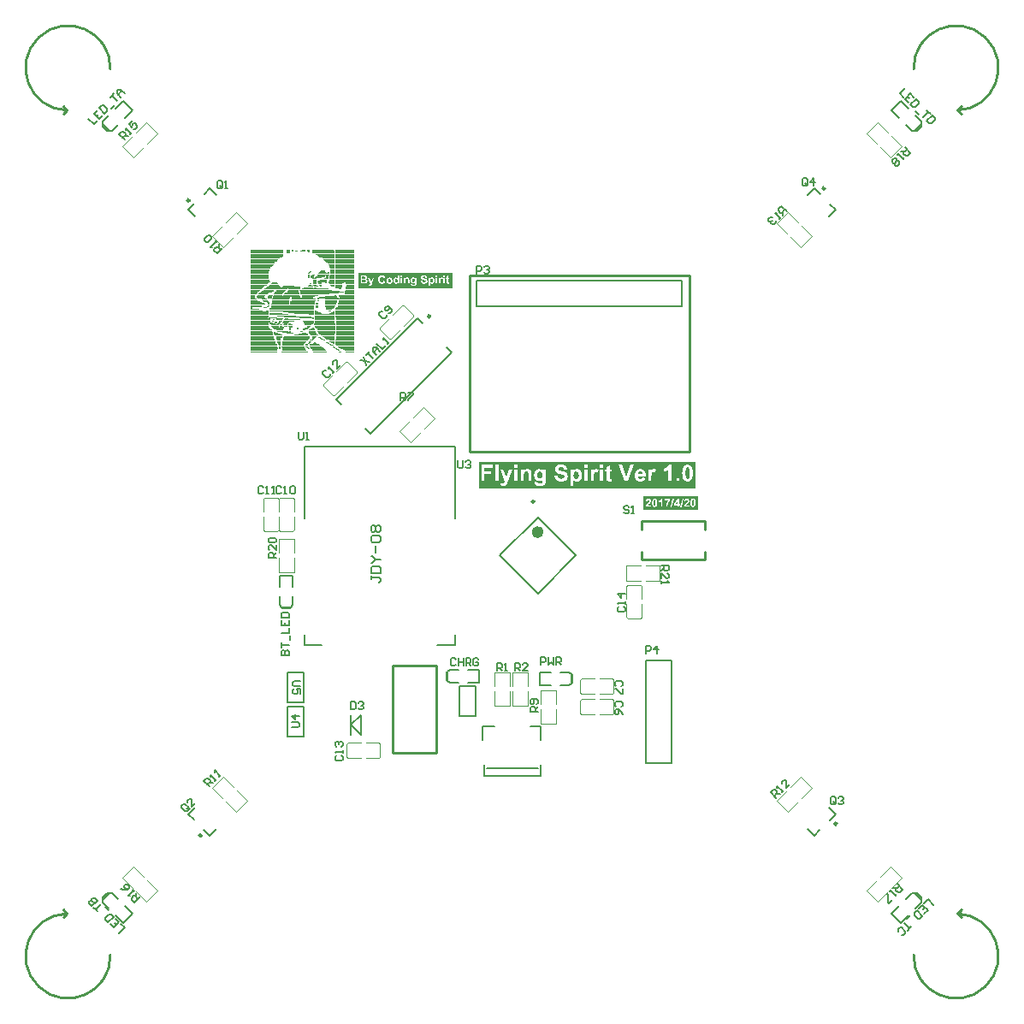
<source format=gto>
G04 Layer_Color=65535*
%FSLAX25Y25*%
%MOIN*%
G70*
G01*
G75*
%ADD32C,0.01000*%
%ADD48C,0.00984*%
%ADD49C,0.02362*%
%ADD50C,0.00400*%
%ADD51C,0.00787*%
%ADD52C,0.00700*%
%ADD53C,0.00394*%
%ADD54C,0.00630*%
%ADD55C,0.00500*%
G36*
X-23328Y87053D02*
X-60000D01*
Y93260D01*
X-23328D01*
Y87053D01*
D02*
G37*
G36*
X72579Y941D02*
X51000D01*
Y6260D01*
X72579D01*
Y941D01*
D02*
G37*
G36*
X71482Y9107D02*
X-13000D01*
Y19520D01*
X71482D01*
Y9107D01*
D02*
G37*
%LPC*%
G36*
X19183Y18520D02*
X19066D01*
X18803Y18510D01*
X18559Y18481D01*
X18344Y18451D01*
X18158Y18412D01*
X18012Y18363D01*
X17953Y18344D01*
X17905Y18334D01*
X17866Y18315D01*
X17827Y18305D01*
X17817Y18295D01*
X17807D01*
X17622Y18207D01*
X17465Y18100D01*
X17329Y17993D01*
X17221Y17885D01*
X17134Y17788D01*
X17065Y17710D01*
X17026Y17661D01*
X17017Y17651D01*
Y17641D01*
X16929Y17475D01*
X16860Y17319D01*
X16812Y17163D01*
X16782Y17026D01*
X16763Y16899D01*
X16743Y16812D01*
Y16773D01*
Y16743D01*
Y16734D01*
Y16724D01*
X16753Y16587D01*
X16772Y16451D01*
X16802Y16324D01*
X16831Y16207D01*
X16929Y15982D01*
X17036Y15797D01*
X17095Y15719D01*
X17143Y15641D01*
X17192Y15582D01*
X17241Y15533D01*
X17270Y15494D01*
X17300Y15465D01*
X17319Y15445D01*
X17329Y15436D01*
X17417Y15367D01*
X17514Y15299D01*
X17729Y15172D01*
X17973Y15065D01*
X18217Y14977D01*
X18432Y14899D01*
X18529Y14869D01*
X18617Y14850D01*
X18685Y14830D01*
X18734Y14811D01*
X18773Y14801D01*
X18783D01*
X18929Y14762D01*
X19056Y14733D01*
X19173Y14704D01*
X19281Y14674D01*
X19378Y14645D01*
X19456Y14625D01*
X19535Y14606D01*
X19593Y14586D01*
X19691Y14557D01*
X19759Y14538D01*
X19798Y14518D01*
X19808D01*
X19925Y14469D01*
X20023Y14421D01*
X20101Y14381D01*
X20169Y14333D01*
X20218Y14294D01*
X20247Y14264D01*
X20267Y14245D01*
X20276Y14235D01*
X20325Y14176D01*
X20354Y14108D01*
X20393Y13991D01*
X20403Y13932D01*
X20413Y13893D01*
Y13864D01*
Y13854D01*
X20403Y13727D01*
X20364Y13610D01*
X20315Y13503D01*
X20257Y13415D01*
X20188Y13337D01*
X20140Y13288D01*
X20101Y13249D01*
X20091Y13239D01*
X19964Y13152D01*
X19818Y13083D01*
X19661Y13044D01*
X19505Y13005D01*
X19369Y12986D01*
X19261Y12976D01*
X19154D01*
X18939Y12986D01*
X18754Y13025D01*
X18598Y13074D01*
X18461Y13122D01*
X18354Y13181D01*
X18275Y13220D01*
X18227Y13259D01*
X18207Y13269D01*
X18090Y13396D01*
X17992Y13542D01*
X17914Y13698D01*
X17856Y13845D01*
X17807Y13991D01*
X17778Y14098D01*
X17768Y14147D01*
Y14176D01*
X17758Y14196D01*
Y14206D01*
X16499Y14079D01*
X16529Y13884D01*
X16567Y13698D01*
X16616Y13523D01*
X16665Y13366D01*
X16733Y13220D01*
X16792Y13083D01*
X16860Y12966D01*
X16929Y12849D01*
X16997Y12761D01*
X17055Y12673D01*
X17114Y12605D01*
X17163Y12547D01*
X17212Y12498D01*
X17241Y12468D01*
X17260Y12449D01*
X17270Y12439D01*
X17397Y12342D01*
X17544Y12254D01*
X17690Y12185D01*
X17836Y12117D01*
X17992Y12068D01*
X18149Y12020D01*
X18451Y11951D01*
X18598Y11932D01*
X18724Y11912D01*
X18842Y11902D01*
X18939Y11893D01*
X19027Y11883D01*
X19144D01*
X19447Y11893D01*
X19710Y11922D01*
X19944Y11951D01*
X20149Y12000D01*
X20237Y12020D01*
X20315Y12039D01*
X20374Y12059D01*
X20433Y12068D01*
X20471Y12088D01*
X20501Y12098D01*
X20520Y12107D01*
X20530D01*
X20735Y12205D01*
X20901Y12322D01*
X21057Y12439D01*
X21174Y12556D01*
X21272Y12654D01*
X21340Y12742D01*
X21389Y12800D01*
X21399Y12810D01*
Y12820D01*
X21506Y13005D01*
X21584Y13191D01*
X21633Y13366D01*
X21672Y13523D01*
X21691Y13659D01*
X21711Y13767D01*
Y13806D01*
Y13835D01*
Y13854D01*
Y13864D01*
X21701Y14079D01*
X21672Y14274D01*
X21623Y14450D01*
X21584Y14596D01*
X21535Y14713D01*
X21487Y14811D01*
X21457Y14860D01*
X21448Y14879D01*
X21340Y15026D01*
X21233Y15162D01*
X21116Y15270D01*
X20999Y15367D01*
X20901Y15436D01*
X20823Y15494D01*
X20764Y15523D01*
X20755Y15533D01*
X20745D01*
X20657Y15582D01*
X20559Y15621D01*
X20335Y15709D01*
X20110Y15777D01*
X19876Y15855D01*
X19671Y15904D01*
X19583Y15933D01*
X19505Y15953D01*
X19437Y15972D01*
X19388Y15982D01*
X19359Y15992D01*
X19349D01*
X19183Y16031D01*
X19027Y16080D01*
X18890Y16119D01*
X18773Y16158D01*
X18656Y16187D01*
X18568Y16226D01*
X18481Y16255D01*
X18412Y16294D01*
X18344Y16324D01*
X18295Y16343D01*
X18217Y16382D01*
X18178Y16411D01*
X18168Y16421D01*
X18110Y16490D01*
X18061Y16548D01*
X18032Y16616D01*
X18002Y16675D01*
X17992Y16734D01*
X17983Y16773D01*
Y16802D01*
Y16812D01*
X17992Y16899D01*
X18012Y16978D01*
X18041Y17046D01*
X18080Y17105D01*
X18119Y17153D01*
X18149Y17183D01*
X18168Y17202D01*
X18178Y17212D01*
X18305Y17290D01*
X18451Y17348D01*
X18598Y17388D01*
X18734Y17417D01*
X18861Y17436D01*
X18969Y17446D01*
X19056D01*
X19252Y17436D01*
X19417Y17407D01*
X19554Y17378D01*
X19671Y17339D01*
X19759Y17290D01*
X19818Y17261D01*
X19857Y17231D01*
X19866Y17222D01*
X19964Y17134D01*
X20042Y17026D01*
X20101Y16909D01*
X20149Y16792D01*
X20188Y16685D01*
X20208Y16597D01*
X20227Y16538D01*
Y16529D01*
Y16519D01*
X21526Y16568D01*
X21516Y16724D01*
X21487Y16880D01*
X21448Y17026D01*
X21408Y17163D01*
X21301Y17397D01*
X21252Y17505D01*
X21194Y17602D01*
X21135Y17690D01*
X21077Y17768D01*
X21028Y17837D01*
X20979Y17885D01*
X20940Y17924D01*
X20911Y17954D01*
X20891Y17973D01*
X20881Y17983D01*
X20764Y18080D01*
X20628Y18159D01*
X20491Y18237D01*
X20345Y18295D01*
X20042Y18393D01*
X19749Y18451D01*
X19613Y18471D01*
X19486Y18490D01*
X19369Y18500D01*
X19261Y18510D01*
X19183Y18520D01*
D02*
G37*
G36*
X2152Y18412D02*
X922D01*
Y17280D01*
X2152D01*
Y18412D01*
D02*
G37*
G36*
X29500D02*
X28270D01*
Y17280D01*
X29500D01*
Y18412D01*
D02*
G37*
G36*
X32964Y16743D02*
X32896D01*
X32789Y16734D01*
X32691Y16724D01*
X32603Y16695D01*
X32525Y16675D01*
X32457Y16646D01*
X32408Y16616D01*
X32379Y16607D01*
X32369Y16597D01*
X32281Y16529D01*
X32184Y16441D01*
X32096Y16343D01*
X32018Y16236D01*
X31949Y16138D01*
X31891Y16060D01*
X31852Y16002D01*
X31842Y15992D01*
Y16646D01*
X30700D01*
Y12000D01*
X31930D01*
Y13425D01*
Y13640D01*
Y13835D01*
X31940Y14011D01*
X31949Y14167D01*
Y14313D01*
X31959Y14440D01*
X31969Y14547D01*
X31979Y14645D01*
X31988Y14723D01*
X31998Y14801D01*
X32008Y14860D01*
Y14899D01*
X32018Y14938D01*
X32027Y14957D01*
Y14977D01*
X32066Y15104D01*
X32115Y15211D01*
X32164Y15309D01*
X32213Y15377D01*
X32252Y15426D01*
X32281Y15465D01*
X32301Y15484D01*
X32310Y15494D01*
X32379Y15543D01*
X32457Y15582D01*
X32535Y15601D01*
X32603Y15621D01*
X32662Y15631D01*
X32711Y15641D01*
X32750D01*
X32857Y15631D01*
X32955Y15611D01*
X33052Y15572D01*
X33150Y15543D01*
X33218Y15504D01*
X33286Y15465D01*
X33325Y15445D01*
X33335Y15436D01*
X33716Y16509D01*
X33569Y16587D01*
X33423Y16646D01*
X33277Y16685D01*
X33160Y16714D01*
X33052Y16734D01*
X32964Y16743D01*
D02*
G37*
G36*
X55354D02*
X55285D01*
X55178Y16734D01*
X55080Y16724D01*
X54993Y16695D01*
X54915Y16675D01*
X54846Y16646D01*
X54797Y16616D01*
X54768Y16607D01*
X54758Y16597D01*
X54671Y16529D01*
X54573Y16441D01*
X54485Y16343D01*
X54407Y16236D01*
X54339Y16138D01*
X54280Y16060D01*
X54241Y16002D01*
X54231Y15992D01*
Y16646D01*
X53089D01*
Y12000D01*
X54319D01*
Y13425D01*
Y13640D01*
Y13835D01*
X54329Y14011D01*
X54339Y14167D01*
Y14313D01*
X54348Y14440D01*
X54358Y14547D01*
X54368Y14645D01*
X54378Y14723D01*
X54387Y14801D01*
X54397Y14860D01*
Y14899D01*
X54407Y14938D01*
X54417Y14957D01*
Y14977D01*
X54456Y15104D01*
X54505Y15211D01*
X54553Y15309D01*
X54602Y15377D01*
X54641Y15426D01*
X54671Y15465D01*
X54690Y15484D01*
X54700Y15494D01*
X54768Y15543D01*
X54846Y15582D01*
X54924Y15601D01*
X54993Y15621D01*
X55051Y15631D01*
X55100Y15641D01*
X55139D01*
X55246Y15631D01*
X55344Y15611D01*
X55442Y15572D01*
X55539Y15543D01*
X55607Y15504D01*
X55676Y15465D01*
X55715Y15445D01*
X55725Y15436D01*
X56105Y16509D01*
X55959Y16587D01*
X55813Y16646D01*
X55666Y16685D01*
X55549Y16714D01*
X55442Y16734D01*
X55354Y16743D01*
D02*
G37*
G36*
X25430D02*
X25352D01*
X25186Y16734D01*
X25020Y16704D01*
X24873Y16675D01*
X24756Y16636D01*
X24649Y16587D01*
X24571Y16558D01*
X24522Y16529D01*
X24502Y16519D01*
X24366Y16431D01*
X24249Y16343D01*
X24151Y16246D01*
X24063Y16158D01*
X23995Y16080D01*
X23946Y16021D01*
X23917Y15982D01*
X23907Y15963D01*
Y16646D01*
X22765D01*
Y10224D01*
X23995D01*
Y12556D01*
X24122Y12429D01*
X24239Y12322D01*
X24356Y12224D01*
X24454Y12156D01*
X24532Y12098D01*
X24590Y12059D01*
X24639Y12039D01*
X24649Y12029D01*
X24766Y11981D01*
X24893Y11941D01*
X25010Y11922D01*
X25117Y11902D01*
X25205Y11893D01*
X25273Y11883D01*
X25342D01*
X25488Y11893D01*
X25635Y11912D01*
X25771Y11941D01*
X25898Y11981D01*
X26132Y12088D01*
X26337Y12205D01*
X26415Y12263D01*
X26493Y12322D01*
X26562Y12381D01*
X26620Y12429D01*
X26659Y12468D01*
X26689Y12498D01*
X26708Y12517D01*
X26718Y12527D01*
X26816Y12654D01*
X26913Y12791D01*
X26981Y12937D01*
X27050Y13083D01*
X27108Y13230D01*
X27157Y13386D01*
X27225Y13669D01*
X27245Y13806D01*
X27264Y13932D01*
X27274Y14040D01*
X27284Y14137D01*
X27294Y14225D01*
Y14284D01*
Y14323D01*
Y14333D01*
X27284Y14538D01*
X27274Y14733D01*
X27245Y14918D01*
X27206Y15084D01*
X27167Y15240D01*
X27118Y15387D01*
X27060Y15523D01*
X27011Y15641D01*
X26962Y15748D01*
X26903Y15836D01*
X26855Y15914D01*
X26816Y15982D01*
X26776Y16031D01*
X26757Y16070D01*
X26737Y16089D01*
X26728Y16099D01*
X26620Y16216D01*
X26503Y16314D01*
X26386Y16402D01*
X26279Y16470D01*
X26162Y16538D01*
X26044Y16587D01*
X25830Y16665D01*
X25635Y16714D01*
X25556Y16724D01*
X25488Y16734D01*
X25430Y16743D01*
D02*
G37*
G36*
X-24796Y92143D02*
X-25411Y91782D01*
Y91323D01*
X-25694D01*
Y90835D01*
X-25411D01*
Y89815D01*
Y89756D01*
Y89703D01*
X-25406Y89610D01*
Y89532D01*
X-25401Y89473D01*
X-25396Y89434D01*
Y89405D01*
X-25391Y89385D01*
Y89381D01*
X-25382Y89327D01*
X-25372Y89278D01*
X-25357Y89239D01*
X-25343Y89200D01*
X-25328Y89176D01*
X-25318Y89151D01*
X-25313Y89141D01*
X-25308Y89137D01*
X-25284Y89107D01*
X-25250Y89078D01*
X-25186Y89034D01*
X-25157Y89015D01*
X-25133Y89005D01*
X-25118Y89000D01*
X-25113Y88995D01*
X-25065Y88976D01*
X-25011Y88966D01*
X-24962Y88956D01*
X-24913Y88946D01*
X-24874D01*
X-24845Y88941D01*
X-24816D01*
X-24718Y88946D01*
X-24625Y88956D01*
X-24542Y88971D01*
X-24469Y88985D01*
X-24411Y89000D01*
X-24367Y89015D01*
X-24337Y89024D01*
X-24328Y89029D01*
X-24381Y89508D01*
X-24440Y89488D01*
X-24489Y89473D01*
X-24533Y89464D01*
X-24567Y89459D01*
X-24596Y89454D01*
X-24615Y89449D01*
X-24630D01*
X-24669Y89454D01*
X-24703Y89464D01*
X-24723Y89473D01*
X-24733Y89478D01*
X-24757Y89503D01*
X-24777Y89527D01*
X-24786Y89547D01*
Y89556D01*
Y89566D01*
X-24791Y89586D01*
Y89630D01*
Y89683D01*
X-24796Y89742D01*
Y89795D01*
Y89844D01*
Y89864D01*
Y89878D01*
Y89883D01*
Y89888D01*
Y90835D01*
X-24376D01*
Y91323D01*
X-24796D01*
Y92143D01*
D02*
G37*
G36*
X-57590Y92206D02*
X-59000D01*
Y89000D01*
X-57609D01*
X-57526Y89005D01*
X-57394D01*
X-57336Y89010D01*
X-57248D01*
X-57214Y89015D01*
X-57165D01*
X-57151Y89020D01*
X-57131D01*
X-57038Y89034D01*
X-56955Y89054D01*
X-56882Y89078D01*
X-56819Y89107D01*
X-56765Y89132D01*
X-56726Y89151D01*
X-56706Y89166D01*
X-56697Y89171D01*
X-56633Y89220D01*
X-56580Y89278D01*
X-56531Y89332D01*
X-56492Y89385D01*
X-56462Y89429D01*
X-56438Y89468D01*
X-56423Y89493D01*
X-56419Y89503D01*
X-56384Y89581D01*
X-56360Y89654D01*
X-56340Y89727D01*
X-56331Y89791D01*
X-56321Y89849D01*
X-56316Y89888D01*
Y89917D01*
Y89927D01*
X-56321Y90030D01*
X-56340Y90122D01*
X-56365Y90201D01*
X-56394Y90274D01*
X-56428Y90332D01*
X-56453Y90376D01*
X-56472Y90401D01*
X-56477Y90410D01*
X-56541Y90483D01*
X-56614Y90547D01*
X-56687Y90596D01*
X-56760Y90635D01*
X-56823Y90664D01*
X-56877Y90689D01*
X-56897Y90693D01*
X-56911Y90698D01*
X-56921Y90703D01*
X-56926D01*
X-56853Y90742D01*
X-56784Y90786D01*
X-56731Y90830D01*
X-56682Y90879D01*
X-56643Y90918D01*
X-56619Y90952D01*
X-56599Y90971D01*
X-56594Y90981D01*
X-56555Y91054D01*
X-56526Y91128D01*
X-56501Y91196D01*
X-56487Y91259D01*
X-56477Y91313D01*
X-56472Y91357D01*
Y91386D01*
Y91396D01*
X-56477Y91474D01*
X-56487Y91543D01*
X-56506Y91606D01*
X-56521Y91664D01*
X-56541Y91708D01*
X-56560Y91743D01*
X-56570Y91762D01*
X-56575Y91772D01*
X-56614Y91830D01*
X-56653Y91884D01*
X-56697Y91928D01*
X-56731Y91967D01*
X-56765Y92001D01*
X-56794Y92021D01*
X-56814Y92035D01*
X-56819Y92040D01*
X-56877Y92074D01*
X-56931Y92104D01*
X-56989Y92128D01*
X-57043Y92143D01*
X-57087Y92157D01*
X-57121Y92167D01*
X-57146Y92172D01*
X-57155D01*
X-57233Y92182D01*
X-57321Y92191D01*
X-57414Y92196D01*
X-57507Y92201D01*
X-57590Y92206D01*
D02*
G37*
G36*
X-42730Y91323D02*
X-43345D01*
Y89000D01*
X-42730D01*
Y91323D01*
D02*
G37*
G36*
X-47713Y91372D02*
X-47761D01*
X-47888Y91367D01*
X-48000Y91347D01*
X-48108Y91323D01*
X-48201Y91299D01*
X-48274Y91269D01*
X-48308Y91255D01*
X-48332Y91245D01*
X-48352Y91235D01*
X-48366Y91225D01*
X-48376Y91220D01*
X-48381D01*
X-48479Y91157D01*
X-48562Y91089D01*
X-48635Y91015D01*
X-48693Y90942D01*
X-48742Y90879D01*
X-48776Y90830D01*
X-48791Y90811D01*
X-48801Y90796D01*
X-48806Y90786D01*
Y90781D01*
X-48855Y90674D01*
X-48889Y90566D01*
X-48918Y90469D01*
X-48933Y90376D01*
X-48942Y90298D01*
X-48947Y90264D01*
Y90240D01*
X-48952Y90215D01*
Y90201D01*
Y90191D01*
Y90186D01*
X-48947Y90044D01*
X-48928Y89913D01*
X-48903Y89795D01*
X-48879Y89698D01*
X-48864Y89654D01*
X-48850Y89615D01*
X-48840Y89586D01*
X-48830Y89556D01*
X-48820Y89537D01*
X-48811Y89522D01*
X-48806Y89512D01*
Y89508D01*
X-48742Y89410D01*
X-48674Y89322D01*
X-48601Y89249D01*
X-48528Y89190D01*
X-48464Y89146D01*
X-48415Y89112D01*
X-48396Y89098D01*
X-48381Y89088D01*
X-48371Y89083D01*
X-48366D01*
X-48259Y89034D01*
X-48152Y89000D01*
X-48049Y88976D01*
X-47957Y88961D01*
X-47879Y88951D01*
X-47844Y88946D01*
X-47815Y88941D01*
X-47761D01*
X-47669Y88946D01*
X-47576Y88956D01*
X-47488Y88976D01*
X-47410Y88995D01*
X-47332Y89020D01*
X-47264Y89049D01*
X-47200Y89083D01*
X-47142Y89117D01*
X-47088Y89146D01*
X-47039Y89181D01*
X-47000Y89210D01*
X-46966Y89234D01*
X-46942Y89254D01*
X-46922Y89273D01*
X-46912Y89283D01*
X-46907Y89288D01*
X-46849Y89356D01*
X-46795Y89425D01*
X-46751Y89498D01*
X-46707Y89571D01*
X-46678Y89644D01*
X-46649Y89717D01*
X-46624Y89786D01*
X-46610Y89854D01*
X-46595Y89917D01*
X-46585Y89976D01*
X-46575Y90030D01*
X-46571Y90074D01*
X-46566Y90113D01*
Y90137D01*
Y90157D01*
Y90161D01*
X-46571Y90259D01*
X-46580Y90347D01*
X-46595Y90435D01*
X-46619Y90518D01*
X-46644Y90591D01*
X-46673Y90664D01*
X-46702Y90728D01*
X-46732Y90791D01*
X-46766Y90845D01*
X-46795Y90889D01*
X-46824Y90933D01*
X-46849Y90962D01*
X-46873Y90991D01*
X-46888Y91011D01*
X-46898Y91020D01*
X-46902Y91025D01*
X-46966Y91089D01*
X-47034Y91137D01*
X-47107Y91186D01*
X-47181Y91225D01*
X-47249Y91259D01*
X-47322Y91289D01*
X-47390Y91308D01*
X-47459Y91328D01*
X-47522Y91342D01*
X-47576Y91352D01*
X-47630Y91362D01*
X-47673Y91367D01*
X-47713Y91372D01*
D02*
G37*
G36*
X35473Y18412D02*
X34243D01*
Y17280D01*
X35473D01*
Y18412D01*
D02*
G37*
G36*
X-29056Y91323D02*
X-29671D01*
Y89000D01*
X-29056D01*
Y91323D01*
D02*
G37*
G36*
X-38484Y91372D02*
X-38528D01*
X-38607Y91367D01*
X-38680Y91357D01*
X-38748Y91342D01*
X-38816Y91323D01*
X-38933Y91274D01*
X-38987Y91245D01*
X-39036Y91215D01*
X-39080Y91186D01*
X-39114Y91157D01*
X-39148Y91133D01*
X-39177Y91108D01*
X-39197Y91089D01*
X-39212Y91074D01*
X-39221Y91064D01*
X-39226Y91059D01*
X-39275Y91001D01*
X-39319Y90933D01*
X-39353Y90864D01*
X-39387Y90791D01*
X-39412Y90718D01*
X-39436Y90645D01*
X-39470Y90498D01*
X-39480Y90435D01*
X-39490Y90371D01*
X-39495Y90318D01*
X-39500Y90269D01*
X-39504Y90225D01*
Y90196D01*
Y90176D01*
Y90171D01*
X-39500Y90088D01*
X-39495Y90005D01*
X-39470Y89854D01*
X-39456Y89786D01*
X-39436Y89722D01*
X-39417Y89664D01*
X-39397Y89610D01*
X-39377Y89561D01*
X-39363Y89517D01*
X-39343Y89483D01*
X-39329Y89454D01*
X-39314Y89429D01*
X-39304Y89410D01*
X-39295Y89400D01*
Y89395D01*
X-39241Y89327D01*
X-39182Y89263D01*
X-39124Y89210D01*
X-39065Y89166D01*
X-39002Y89127D01*
X-38938Y89098D01*
X-38880Y89068D01*
X-38821Y89049D01*
X-38767Y89034D01*
X-38714Y89020D01*
X-38670Y89015D01*
X-38631Y89005D01*
X-38597D01*
X-38572Y89000D01*
X-38553D01*
X-38475Y89005D01*
X-38401Y89015D01*
X-38333Y89034D01*
X-38270Y89059D01*
X-38153Y89122D01*
X-38050Y89190D01*
X-38006Y89224D01*
X-37967Y89259D01*
X-37938Y89293D01*
X-37909Y89322D01*
X-37889Y89346D01*
X-37874Y89366D01*
X-37865Y89376D01*
X-37860Y89381D01*
Y89034D01*
Y88966D01*
X-37865Y88907D01*
X-37870Y88858D01*
X-37874Y88819D01*
X-37879Y88790D01*
X-37884Y88771D01*
X-37889Y88761D01*
Y88756D01*
X-37909Y88717D01*
X-37928Y88683D01*
X-37948Y88653D01*
X-37967Y88634D01*
X-37982Y88614D01*
X-37997Y88605D01*
X-38006Y88600D01*
X-38011Y88595D01*
X-38060Y88571D01*
X-38118Y88551D01*
X-38177Y88541D01*
X-38236Y88532D01*
X-38289Y88527D01*
X-38333Y88522D01*
X-38372D01*
X-38436Y88527D01*
X-38494Y88532D01*
X-38538Y88541D01*
X-38577Y88556D01*
X-38607Y88571D01*
X-38631Y88580D01*
X-38641Y88585D01*
X-38645Y88590D01*
X-38665Y88610D01*
X-38685Y88639D01*
X-38709Y88693D01*
X-38714Y88722D01*
X-38719Y88741D01*
X-38724Y88756D01*
Y88761D01*
X-39426Y88844D01*
X-39431Y88815D01*
Y88795D01*
Y88775D01*
Y88771D01*
X-39426Y88712D01*
X-39421Y88658D01*
X-39392Y88561D01*
X-39353Y88473D01*
X-39309Y88400D01*
X-39265Y88341D01*
X-39226Y88297D01*
X-39197Y88268D01*
X-39192Y88263D01*
X-39187Y88258D01*
X-39138Y88224D01*
X-39080Y88190D01*
X-39016Y88165D01*
X-38953Y88141D01*
X-38811Y88102D01*
X-38675Y88078D01*
X-38607Y88073D01*
X-38548Y88063D01*
X-38494Y88058D01*
X-38445D01*
X-38401Y88053D01*
X-38348D01*
X-38236Y88058D01*
X-38133Y88063D01*
X-38045Y88073D01*
X-37972Y88087D01*
X-37914Y88102D01*
X-37870Y88112D01*
X-37840Y88117D01*
X-37831Y88122D01*
X-37757Y88146D01*
X-37694Y88175D01*
X-37635Y88205D01*
X-37591Y88234D01*
X-37552Y88263D01*
X-37528Y88283D01*
X-37508Y88297D01*
X-37504Y88302D01*
X-37460Y88351D01*
X-37421Y88400D01*
X-37391Y88453D01*
X-37362Y88507D01*
X-37343Y88551D01*
X-37328Y88590D01*
X-37318Y88614D01*
X-37313Y88624D01*
X-37304Y88663D01*
X-37289Y88707D01*
X-37274Y88805D01*
X-37260Y88907D01*
X-37255Y89005D01*
X-37250Y89093D01*
X-37245Y89132D01*
Y89166D01*
Y89195D01*
Y89215D01*
Y89229D01*
Y89234D01*
Y91323D01*
X-37821D01*
Y90991D01*
X-37874Y91059D01*
X-37933Y91118D01*
X-37992Y91167D01*
X-38050Y91211D01*
X-38109Y91250D01*
X-38167Y91279D01*
X-38226Y91303D01*
X-38280Y91323D01*
X-38328Y91338D01*
X-38377Y91352D01*
X-38421Y91362D01*
X-38455Y91367D01*
X-38484Y91372D01*
D02*
G37*
G36*
X-7608Y18412D02*
X-12000D01*
Y12000D01*
X-10702D01*
Y14723D01*
X-8028D01*
Y15806D01*
X-10702D01*
Y17329D01*
X-7608D01*
Y18412D01*
D02*
G37*
G36*
X-5314D02*
X-6544D01*
Y12000D01*
X-5314D01*
Y18412D01*
D02*
G37*
G36*
X2152Y16646D02*
X922D01*
Y12000D01*
X2152D01*
Y16646D01*
D02*
G37*
G36*
X68491Y18432D02*
X68403D01*
X68237Y18422D01*
X68071Y18403D01*
X67925Y18373D01*
X67778Y18325D01*
X67651Y18276D01*
X67534Y18227D01*
X67427Y18159D01*
X67329Y18100D01*
X67241Y18041D01*
X67163Y17983D01*
X67095Y17924D01*
X67046Y17876D01*
X67007Y17827D01*
X66968Y17797D01*
X66958Y17778D01*
X66949Y17768D01*
X66841Y17612D01*
X66744Y17427D01*
X66656Y17231D01*
X66588Y17026D01*
X66529Y16812D01*
X66480Y16597D01*
X66402Y16168D01*
X66373Y15963D01*
X66353Y15777D01*
X66343Y15611D01*
X66334Y15455D01*
X66324Y15338D01*
Y15240D01*
Y15182D01*
Y15172D01*
Y15162D01*
X66334Y14830D01*
X66353Y14518D01*
X66373Y14245D01*
X66412Y13981D01*
X66451Y13747D01*
X66500Y13542D01*
X66558Y13357D01*
X66607Y13191D01*
X66656Y13044D01*
X66714Y12917D01*
X66763Y12820D01*
X66802Y12742D01*
X66841Y12673D01*
X66871Y12634D01*
X66880Y12605D01*
X66890Y12595D01*
X66997Y12468D01*
X67124Y12361D01*
X67241Y12263D01*
X67368Y12185D01*
X67495Y12117D01*
X67622Y12059D01*
X67749Y12010D01*
X67866Y11971D01*
X67973Y11941D01*
X68081Y11922D01*
X68169Y11902D01*
X68247Y11893D01*
X68315D01*
X68364Y11883D01*
X68403D01*
X68569Y11893D01*
X68735Y11912D01*
X68881Y11941D01*
X69018Y11990D01*
X69145Y12039D01*
X69271Y12088D01*
X69379Y12146D01*
X69476Y12215D01*
X69564Y12273D01*
X69633Y12332D01*
X69701Y12381D01*
X69750Y12439D01*
X69799Y12478D01*
X69828Y12507D01*
X69838Y12527D01*
X69847Y12537D01*
X69955Y12693D01*
X70052Y12878D01*
X70140Y13074D01*
X70218Y13279D01*
X70277Y13493D01*
X70326Y13708D01*
X70404Y14137D01*
X70433Y14342D01*
X70452Y14538D01*
X70462Y14704D01*
X70472Y14860D01*
X70482Y14977D01*
Y15074D01*
Y15133D01*
Y15143D01*
Y15153D01*
X70472Y15484D01*
X70452Y15787D01*
X70423Y16070D01*
X70384Y16333D01*
X70335Y16568D01*
X70287Y16782D01*
X70228Y16968D01*
X70169Y17143D01*
X70111Y17290D01*
X70052Y17417D01*
X70003Y17524D01*
X69955Y17612D01*
X69916Y17671D01*
X69886Y17719D01*
X69867Y17749D01*
X69857Y17758D01*
X69750Y17876D01*
X69642Y17983D01*
X69525Y18071D01*
X69408Y18149D01*
X69291Y18217D01*
X69164Y18266D01*
X69047Y18315D01*
X68930Y18344D01*
X68823Y18373D01*
X68725Y18393D01*
X68637Y18412D01*
X68559Y18422D01*
X68491Y18432D01*
D02*
G37*
G36*
X10643Y16743D02*
X10555D01*
X10399Y16734D01*
X10253Y16714D01*
X10116Y16685D01*
X9979Y16646D01*
X9745Y16548D01*
X9638Y16490D01*
X9540Y16431D01*
X9453Y16373D01*
X9384Y16314D01*
X9316Y16265D01*
X9257Y16216D01*
X9218Y16177D01*
X9189Y16148D01*
X9169Y16128D01*
X9160Y16119D01*
X9062Y16002D01*
X8974Y15865D01*
X8906Y15728D01*
X8838Y15582D01*
X8789Y15436D01*
X8740Y15289D01*
X8672Y14996D01*
X8652Y14869D01*
X8633Y14743D01*
X8623Y14635D01*
X8613Y14538D01*
X8603Y14450D01*
Y14391D01*
Y14352D01*
Y14342D01*
X8613Y14176D01*
X8623Y14011D01*
X8672Y13708D01*
X8701Y13571D01*
X8740Y13444D01*
X8779Y13327D01*
X8818Y13220D01*
X8857Y13122D01*
X8886Y13035D01*
X8925Y12966D01*
X8955Y12908D01*
X8984Y12859D01*
X9003Y12820D01*
X9023Y12800D01*
Y12791D01*
X9130Y12654D01*
X9247Y12527D01*
X9365Y12420D01*
X9482Y12332D01*
X9609Y12254D01*
X9736Y12195D01*
X9853Y12137D01*
X9970Y12098D01*
X10077Y12068D01*
X10185Y12039D01*
X10272Y12029D01*
X10350Y12010D01*
X10419D01*
X10468Y12000D01*
X10507D01*
X10663Y12010D01*
X10809Y12029D01*
X10946Y12068D01*
X11073Y12117D01*
X11307Y12244D01*
X11512Y12381D01*
X11600Y12449D01*
X11678Y12517D01*
X11736Y12586D01*
X11795Y12644D01*
X11834Y12693D01*
X11863Y12732D01*
X11883Y12752D01*
X11892Y12761D01*
Y12068D01*
Y11932D01*
X11883Y11815D01*
X11873Y11717D01*
X11863Y11639D01*
X11853Y11580D01*
X11844Y11541D01*
X11834Y11522D01*
Y11512D01*
X11795Y11434D01*
X11756Y11366D01*
X11717Y11307D01*
X11678Y11268D01*
X11648Y11229D01*
X11619Y11209D01*
X11600Y11200D01*
X11590Y11190D01*
X11492Y11141D01*
X11375Y11102D01*
X11258Y11083D01*
X11141Y11063D01*
X11034Y11053D01*
X10946Y11044D01*
X10868D01*
X10741Y11053D01*
X10624Y11063D01*
X10536Y11083D01*
X10458Y11112D01*
X10399Y11141D01*
X10350Y11161D01*
X10331Y11170D01*
X10321Y11180D01*
X10282Y11219D01*
X10243Y11278D01*
X10194Y11385D01*
X10185Y11444D01*
X10175Y11483D01*
X10165Y11512D01*
Y11522D01*
X8760Y11688D01*
X8750Y11629D01*
Y11590D01*
Y11551D01*
Y11541D01*
X8760Y11424D01*
X8769Y11317D01*
X8828Y11122D01*
X8906Y10946D01*
X8994Y10800D01*
X9082Y10682D01*
X9160Y10595D01*
X9218Y10536D01*
X9228Y10526D01*
X9238Y10516D01*
X9335Y10448D01*
X9453Y10380D01*
X9579Y10331D01*
X9706Y10282D01*
X9989Y10204D01*
X10263Y10155D01*
X10399Y10146D01*
X10516Y10126D01*
X10624Y10116D01*
X10721D01*
X10809Y10107D01*
X10916D01*
X11141Y10116D01*
X11346Y10126D01*
X11522Y10146D01*
X11668Y10175D01*
X11785Y10204D01*
X11873Y10224D01*
X11931Y10233D01*
X11951Y10243D01*
X12097Y10292D01*
X12224Y10351D01*
X12341Y10409D01*
X12429Y10468D01*
X12507Y10526D01*
X12556Y10565D01*
X12595Y10595D01*
X12605Y10604D01*
X12693Y10702D01*
X12771Y10800D01*
X12829Y10907D01*
X12888Y11014D01*
X12927Y11102D01*
X12956Y11180D01*
X12976Y11229D01*
X12986Y11248D01*
X13005Y11327D01*
X13034Y11414D01*
X13064Y11610D01*
X13093Y11815D01*
X13103Y12010D01*
X13113Y12185D01*
X13122Y12263D01*
Y12332D01*
Y12390D01*
Y12429D01*
Y12459D01*
Y12468D01*
Y16646D01*
X11971D01*
Y15982D01*
X11863Y16119D01*
X11746Y16236D01*
X11629Y16333D01*
X11512Y16421D01*
X11395Y16499D01*
X11278Y16558D01*
X11161Y16607D01*
X11053Y16646D01*
X10955Y16675D01*
X10858Y16704D01*
X10770Y16724D01*
X10702Y16734D01*
X10643Y16743D01*
D02*
G37*
G36*
X38020Y18285D02*
X36790Y17563D01*
Y16646D01*
X36224D01*
Y15670D01*
X36790D01*
Y13630D01*
Y13513D01*
Y13405D01*
X36800Y13220D01*
Y13064D01*
X36810Y12947D01*
X36819Y12869D01*
Y12810D01*
X36829Y12771D01*
Y12761D01*
X36849Y12654D01*
X36868Y12556D01*
X36898Y12478D01*
X36927Y12400D01*
X36956Y12351D01*
X36976Y12303D01*
X36985Y12283D01*
X36995Y12273D01*
X37044Y12215D01*
X37112Y12156D01*
X37239Y12068D01*
X37298Y12029D01*
X37347Y12010D01*
X37376Y12000D01*
X37386Y11990D01*
X37483Y11951D01*
X37591Y11932D01*
X37688Y11912D01*
X37786Y11893D01*
X37864D01*
X37922Y11883D01*
X37981D01*
X38176Y11893D01*
X38362Y11912D01*
X38528Y11941D01*
X38674Y11971D01*
X38791Y12000D01*
X38879Y12029D01*
X38937Y12049D01*
X38957Y12059D01*
X38850Y13015D01*
X38732Y12976D01*
X38635Y12947D01*
X38547Y12927D01*
X38479Y12917D01*
X38420Y12908D01*
X38381Y12898D01*
X38352D01*
X38274Y12908D01*
X38205Y12927D01*
X38166Y12947D01*
X38147Y12957D01*
X38098Y13005D01*
X38059Y13054D01*
X38039Y13093D01*
Y13113D01*
Y13132D01*
X38030Y13171D01*
Y13259D01*
Y13366D01*
X38020Y13484D01*
Y13591D01*
Y13689D01*
Y13727D01*
Y13757D01*
Y13767D01*
Y13776D01*
Y15670D01*
X38859D01*
Y16646D01*
X38020D01*
Y18285D01*
D02*
G37*
G36*
X50025Y16743D02*
X49927D01*
X49761Y16734D01*
X49595Y16714D01*
X49449Y16685D01*
X49303Y16636D01*
X49166Y16587D01*
X49039Y16538D01*
X48932Y16470D01*
X48824Y16411D01*
X48727Y16353D01*
X48649Y16294D01*
X48571Y16236D01*
X48512Y16187D01*
X48463Y16138D01*
X48434Y16109D01*
X48414Y16089D01*
X48405Y16080D01*
X48297Y15953D01*
X48209Y15816D01*
X48131Y15670D01*
X48063Y15523D01*
X48004Y15367D01*
X47956Y15221D01*
X47887Y14928D01*
X47858Y14801D01*
X47839Y14674D01*
X47829Y14557D01*
X47819Y14469D01*
X47809Y14381D01*
Y14323D01*
Y14284D01*
Y14274D01*
X47819Y14098D01*
X47829Y13932D01*
X47878Y13620D01*
X47917Y13474D01*
X47956Y13347D01*
X47995Y13220D01*
X48034Y13113D01*
X48073Y13015D01*
X48112Y12927D01*
X48151Y12849D01*
X48190Y12791D01*
X48219Y12742D01*
X48239Y12703D01*
X48258Y12683D01*
Y12673D01*
X48375Y12537D01*
X48502Y12410D01*
X48639Y12303D01*
X48785Y12215D01*
X48932Y12137D01*
X49088Y12078D01*
X49234Y12020D01*
X49381Y11981D01*
X49517Y11951D01*
X49644Y11922D01*
X49751Y11912D01*
X49859Y11893D01*
X49937D01*
X50005Y11883D01*
X50054D01*
X50327Y11902D01*
X50571Y11941D01*
X50786Y11990D01*
X50972Y12059D01*
X51118Y12127D01*
X51186Y12156D01*
X51235Y12176D01*
X51274Y12205D01*
X51303Y12215D01*
X51313Y12234D01*
X51323D01*
X51499Y12381D01*
X51655Y12547D01*
X51782Y12712D01*
X51889Y12878D01*
X51967Y13025D01*
X52006Y13093D01*
X52026Y13152D01*
X52045Y13191D01*
X52065Y13230D01*
X52074Y13249D01*
Y13259D01*
X50854Y13464D01*
X50815Y13337D01*
X50767Y13239D01*
X50708Y13152D01*
X50659Y13083D01*
X50620Y13025D01*
X50581Y12986D01*
X50562Y12966D01*
X50552Y12957D01*
X50474Y12908D01*
X50396Y12869D01*
X50308Y12839D01*
X50239Y12820D01*
X50171Y12810D01*
X50113Y12800D01*
X50064D01*
X49917Y12810D01*
X49781Y12849D01*
X49654Y12898D01*
X49556Y12957D01*
X49468Y13005D01*
X49410Y13054D01*
X49371Y13093D01*
X49361Y13103D01*
X49264Y13230D01*
X49195Y13366D01*
X49146Y13503D01*
X49107Y13649D01*
X49088Y13767D01*
X49078Y13874D01*
X49068Y13913D01*
Y13942D01*
Y13952D01*
Y13962D01*
X52143D01*
Y14216D01*
X52123Y14459D01*
X52094Y14674D01*
X52065Y14879D01*
X52016Y15065D01*
X51967Y15240D01*
X51918Y15396D01*
X51860Y15533D01*
X51811Y15660D01*
X51752Y15758D01*
X51704Y15845D01*
X51665Y15924D01*
X51625Y15982D01*
X51596Y16021D01*
X51577Y16041D01*
X51567Y16050D01*
X51450Y16177D01*
X51323Y16275D01*
X51196Y16373D01*
X51059Y16451D01*
X50923Y16519D01*
X50786Y16577D01*
X50649Y16616D01*
X50523Y16656D01*
X50405Y16685D01*
X50288Y16704D01*
X50191Y16724D01*
X50103Y16734D01*
X50025Y16743D01*
D02*
G37*
G36*
X122Y16646D02*
X-1147D01*
X-2240Y13347D01*
X-3343Y16646D01*
X-4651D01*
X-2894Y11990D01*
X-2943Y11854D01*
X-2991Y11727D01*
X-3040Y11619D01*
X-3089Y11522D01*
X-3138Y11444D01*
X-3177Y11395D01*
X-3196Y11356D01*
X-3206Y11346D01*
X-3294Y11258D01*
X-3392Y11190D01*
X-3499Y11151D01*
X-3597Y11112D01*
X-3694Y11092D01*
X-3772Y11083D01*
X-3841D01*
X-4016Y11092D01*
X-4104Y11102D01*
X-4182Y11112D01*
X-4260Y11122D01*
X-4309Y11131D01*
X-4348Y11141D01*
X-4358D01*
X-4251Y10185D01*
X-3997Y10136D01*
X-3880Y10126D01*
X-3772Y10116D01*
X-3684Y10107D01*
X-3431D01*
X-3314Y10116D01*
X-3206Y10136D01*
X-3109Y10146D01*
X-3040Y10165D01*
X-2982Y10175D01*
X-2943Y10185D01*
X-2933D01*
X-2835Y10214D01*
X-2738Y10253D01*
X-2660Y10292D01*
X-2591Y10321D01*
X-2543Y10351D01*
X-2494Y10380D01*
X-2474Y10390D01*
X-2465Y10399D01*
X-2328Y10507D01*
X-2221Y10614D01*
X-2181Y10663D01*
X-2152Y10702D01*
X-2133Y10731D01*
X-2123Y10741D01*
X-2064Y10829D01*
X-2015Y10926D01*
X-1967Y11034D01*
X-1918Y11131D01*
X-1879Y11229D01*
X-1850Y11297D01*
X-1830Y11346D01*
X-1820Y11366D01*
X-1518Y12176D01*
X122Y16646D01*
D02*
G37*
G36*
X47526Y18412D02*
X46140D01*
X44579Y13669D01*
X42949Y18412D01*
X41553D01*
X43847Y12000D01*
X45242D01*
X47526Y18412D01*
D02*
G37*
G36*
X6124Y16743D02*
X6056D01*
X5890Y16734D01*
X5724Y16714D01*
X5578Y16675D01*
X5431Y16626D01*
X5295Y16558D01*
X5168Y16499D01*
X5060Y16421D01*
X4953Y16353D01*
X4856Y16285D01*
X4777Y16207D01*
X4699Y16148D01*
X4641Y16089D01*
X4592Y16031D01*
X4563Y15992D01*
X4543Y15972D01*
X4533Y15963D01*
Y16646D01*
X3391D01*
Y12000D01*
X4621D01*
Y14098D01*
Y14235D01*
Y14372D01*
X4631Y14489D01*
Y14596D01*
X4641Y14694D01*
X4651Y14782D01*
X4660Y14860D01*
X4670Y14928D01*
X4680Y15035D01*
X4699Y15104D01*
X4709Y15153D01*
Y15162D01*
X4748Y15270D01*
X4807Y15357D01*
X4865Y15436D01*
X4914Y15504D01*
X4973Y15562D01*
X5012Y15601D01*
X5041Y15621D01*
X5051Y15631D01*
X5148Y15689D01*
X5246Y15728D01*
X5344Y15767D01*
X5431Y15787D01*
X5509Y15797D01*
X5568Y15806D01*
X5627D01*
X5714Y15797D01*
X5793Y15787D01*
X5871Y15767D01*
X5929Y15748D01*
X5978Y15719D01*
X6017Y15699D01*
X6036Y15689D01*
X6046Y15679D01*
X6163Y15572D01*
X6241Y15455D01*
X6271Y15406D01*
X6290Y15367D01*
X6300Y15338D01*
Y15328D01*
X6319Y15279D01*
X6329Y15221D01*
X6349Y15084D01*
X6368Y14928D01*
X6378Y14762D01*
X6388Y14616D01*
Y14547D01*
Y14479D01*
Y14430D01*
Y14391D01*
Y14372D01*
Y14362D01*
Y12000D01*
X7618D01*
Y14879D01*
Y15065D01*
X7608Y15231D01*
X7598Y15377D01*
X7588Y15494D01*
X7569Y15582D01*
X7559Y15650D01*
X7549Y15689D01*
Y15699D01*
X7520Y15806D01*
X7481Y15904D01*
X7442Y15992D01*
X7403Y16070D01*
X7364Y16128D01*
X7335Y16177D01*
X7315Y16207D01*
X7305Y16216D01*
X7237Y16304D01*
X7149Y16373D01*
X7071Y16441D01*
X6983Y16499D01*
X6915Y16538D01*
X6856Y16568D01*
X6817Y16587D01*
X6798Y16597D01*
X6671Y16646D01*
X6544Y16685D01*
X6417Y16704D01*
X6300Y16724D01*
X6202Y16734D01*
X6124Y16743D01*
D02*
G37*
G36*
X65319Y13230D02*
X64089D01*
Y12000D01*
X65319D01*
Y13230D01*
D02*
G37*
G36*
X29500Y16646D02*
X28270D01*
Y12000D01*
X29500D01*
Y16646D01*
D02*
G37*
G36*
X35473D02*
X34243D01*
Y12000D01*
X35473D01*
Y16646D01*
D02*
G37*
G36*
X62010Y18432D02*
X61005D01*
X60917Y18217D01*
X60800Y18022D01*
X60673Y17846D01*
X60546Y17700D01*
X60419Y17573D01*
X60322Y17485D01*
X60292Y17456D01*
X60263Y17427D01*
X60243Y17417D01*
X60234Y17407D01*
X60029Y17251D01*
X59834Y17134D01*
X59658Y17026D01*
X59502Y16948D01*
X59375Y16880D01*
X59277Y16841D01*
X59238Y16831D01*
X59209Y16821D01*
X59199Y16812D01*
X59189D01*
Y15699D01*
X59521Y15826D01*
X59824Y15972D01*
X60087Y16119D01*
X60214Y16197D01*
X60322Y16275D01*
X60429Y16343D01*
X60517Y16411D01*
X60595Y16470D01*
X60663Y16519D01*
X60712Y16568D01*
X60751Y16597D01*
X60771Y16616D01*
X60780Y16626D01*
Y12000D01*
X62010D01*
Y18432D01*
D02*
G37*
G36*
X-26070Y92206D02*
X-26685D01*
Y91640D01*
X-26070D01*
Y92206D01*
D02*
G37*
G36*
X55650Y5216D02*
X55606D01*
X55523Y5211D01*
X55440Y5201D01*
X55367Y5187D01*
X55294Y5162D01*
X55231Y5138D01*
X55172Y5113D01*
X55118Y5079D01*
X55070Y5050D01*
X55026Y5021D01*
X54987Y4991D01*
X54952Y4962D01*
X54928Y4938D01*
X54909Y4913D01*
X54889Y4899D01*
X54884Y4889D01*
X54879Y4884D01*
X54826Y4806D01*
X54777Y4713D01*
X54733Y4616D01*
X54699Y4513D01*
X54669Y4406D01*
X54645Y4298D01*
X54606Y4084D01*
X54591Y3981D01*
X54581Y3889D01*
X54577Y3806D01*
X54572Y3728D01*
X54567Y3669D01*
Y3620D01*
Y3591D01*
Y3586D01*
Y3581D01*
X54572Y3415D01*
X54581Y3259D01*
X54591Y3122D01*
X54611Y2991D01*
X54630Y2874D01*
X54655Y2771D01*
X54684Y2678D01*
X54708Y2595D01*
X54733Y2522D01*
X54762Y2459D01*
X54786Y2410D01*
X54806Y2371D01*
X54826Y2337D01*
X54840Y2317D01*
X54845Y2303D01*
X54850Y2298D01*
X54904Y2234D01*
X54967Y2181D01*
X55026Y2132D01*
X55089Y2093D01*
X55152Y2059D01*
X55216Y2029D01*
X55279Y2005D01*
X55338Y1985D01*
X55392Y1971D01*
X55445Y1961D01*
X55489Y1951D01*
X55528Y1946D01*
X55562D01*
X55587Y1941D01*
X55606D01*
X55689Y1946D01*
X55772Y1956D01*
X55845Y1971D01*
X55914Y1995D01*
X55977Y2019D01*
X56041Y2044D01*
X56094Y2073D01*
X56143Y2107D01*
X56187Y2137D01*
X56221Y2166D01*
X56255Y2190D01*
X56280Y2220D01*
X56304Y2239D01*
X56319Y2254D01*
X56324Y2263D01*
X56329Y2268D01*
X56382Y2347D01*
X56431Y2439D01*
X56475Y2537D01*
X56514Y2639D01*
X56543Y2747D01*
X56568Y2854D01*
X56607Y3069D01*
X56621Y3171D01*
X56631Y3269D01*
X56636Y3352D01*
X56641Y3430D01*
X56646Y3488D01*
Y3537D01*
Y3567D01*
Y3571D01*
Y3576D01*
X56641Y3742D01*
X56631Y3893D01*
X56616Y4035D01*
X56597Y4167D01*
X56573Y4284D01*
X56548Y4391D01*
X56519Y4484D01*
X56490Y4572D01*
X56460Y4645D01*
X56431Y4708D01*
X56407Y4762D01*
X56382Y4806D01*
X56363Y4835D01*
X56348Y4860D01*
X56338Y4874D01*
X56333Y4879D01*
X56280Y4938D01*
X56226Y4991D01*
X56168Y5035D01*
X56109Y5074D01*
X56050Y5109D01*
X55987Y5133D01*
X55928Y5157D01*
X55870Y5172D01*
X55816Y5187D01*
X55767Y5196D01*
X55723Y5206D01*
X55684Y5211D01*
X55650Y5216D01*
D02*
G37*
G36*
X70583D02*
X70539D01*
X70456Y5211D01*
X70373Y5201D01*
X70300Y5187D01*
X70227Y5162D01*
X70163Y5138D01*
X70105Y5113D01*
X70051Y5079D01*
X70002Y5050D01*
X69958Y5021D01*
X69919Y4991D01*
X69885Y4962D01*
X69861Y4938D01*
X69841Y4913D01*
X69822Y4899D01*
X69817Y4889D01*
X69812Y4884D01*
X69758Y4806D01*
X69709Y4713D01*
X69666Y4616D01*
X69631Y4513D01*
X69602Y4406D01*
X69578Y4298D01*
X69539Y4084D01*
X69524Y3981D01*
X69514Y3889D01*
X69509Y3806D01*
X69505Y3728D01*
X69500Y3669D01*
Y3620D01*
Y3591D01*
Y3586D01*
Y3581D01*
X69505Y3415D01*
X69514Y3259D01*
X69524Y3122D01*
X69544Y2991D01*
X69563Y2874D01*
X69587Y2771D01*
X69617Y2678D01*
X69641Y2595D01*
X69666Y2522D01*
X69695Y2459D01*
X69719Y2410D01*
X69739Y2371D01*
X69758Y2337D01*
X69773Y2317D01*
X69778Y2303D01*
X69783Y2298D01*
X69836Y2234D01*
X69900Y2181D01*
X69958Y2132D01*
X70022Y2093D01*
X70085Y2059D01*
X70149Y2029D01*
X70212Y2005D01*
X70271Y1985D01*
X70324Y1971D01*
X70378Y1961D01*
X70422Y1951D01*
X70461Y1946D01*
X70495D01*
X70520Y1941D01*
X70539D01*
X70622Y1946D01*
X70705Y1956D01*
X70778Y1971D01*
X70847Y1995D01*
X70910Y2019D01*
X70973Y2044D01*
X71027Y2073D01*
X71076Y2107D01*
X71120Y2137D01*
X71154Y2166D01*
X71188Y2190D01*
X71213Y2220D01*
X71237Y2239D01*
X71252Y2254D01*
X71257Y2263D01*
X71261Y2268D01*
X71315Y2347D01*
X71364Y2439D01*
X71408Y2537D01*
X71447Y2639D01*
X71476Y2747D01*
X71500Y2854D01*
X71539Y3069D01*
X71554Y3171D01*
X71564Y3269D01*
X71569Y3352D01*
X71574Y3430D01*
X71579Y3488D01*
Y3537D01*
Y3567D01*
Y3571D01*
Y3576D01*
X71574Y3742D01*
X71564Y3893D01*
X71549Y4035D01*
X71530Y4167D01*
X71505Y4284D01*
X71481Y4391D01*
X71452Y4484D01*
X71422Y4572D01*
X71393Y4645D01*
X71364Y4708D01*
X71339Y4762D01*
X71315Y4806D01*
X71295Y4835D01*
X71281Y4860D01*
X71271Y4874D01*
X71266Y4879D01*
X71213Y4938D01*
X71159Y4991D01*
X71100Y5035D01*
X71042Y5074D01*
X70983Y5109D01*
X70920Y5133D01*
X70861Y5157D01*
X70803Y5172D01*
X70749Y5187D01*
X70700Y5196D01*
X70656Y5206D01*
X70617Y5211D01*
X70583Y5216D01*
D02*
G37*
G36*
X-34214Y92260D02*
X-34273D01*
X-34405Y92255D01*
X-34527Y92240D01*
X-34634Y92226D01*
X-34727Y92206D01*
X-34800Y92182D01*
X-34829Y92172D01*
X-34854Y92167D01*
X-34873Y92157D01*
X-34893Y92153D01*
X-34898Y92148D01*
X-34903D01*
X-34995Y92104D01*
X-35073Y92050D01*
X-35142Y91996D01*
X-35195Y91943D01*
X-35239Y91894D01*
X-35273Y91855D01*
X-35293Y91830D01*
X-35298Y91825D01*
Y91821D01*
X-35342Y91738D01*
X-35376Y91660D01*
X-35400Y91581D01*
X-35415Y91513D01*
X-35425Y91450D01*
X-35434Y91406D01*
Y91386D01*
Y91372D01*
Y91367D01*
Y91362D01*
X-35430Y91294D01*
X-35420Y91225D01*
X-35405Y91162D01*
X-35391Y91103D01*
X-35342Y90991D01*
X-35288Y90898D01*
X-35259Y90859D01*
X-35234Y90820D01*
X-35210Y90791D01*
X-35186Y90767D01*
X-35171Y90747D01*
X-35156Y90732D01*
X-35147Y90723D01*
X-35142Y90718D01*
X-35098Y90684D01*
X-35049Y90649D01*
X-34942Y90586D01*
X-34820Y90532D01*
X-34698Y90488D01*
X-34590Y90449D01*
X-34541Y90435D01*
X-34497Y90425D01*
X-34463Y90415D01*
X-34439Y90405D01*
X-34419Y90401D01*
X-34415D01*
X-34341Y90381D01*
X-34278Y90366D01*
X-34219Y90352D01*
X-34166Y90337D01*
X-34117Y90323D01*
X-34078Y90313D01*
X-34039Y90303D01*
X-34010Y90293D01*
X-33961Y90279D01*
X-33927Y90269D01*
X-33907Y90259D01*
X-33902D01*
X-33844Y90235D01*
X-33795Y90210D01*
X-33756Y90191D01*
X-33722Y90166D01*
X-33697Y90147D01*
X-33683Y90132D01*
X-33673Y90122D01*
X-33668Y90118D01*
X-33643Y90088D01*
X-33629Y90054D01*
X-33609Y89995D01*
X-33604Y89966D01*
X-33600Y89947D01*
Y89932D01*
Y89927D01*
X-33604Y89864D01*
X-33624Y89805D01*
X-33648Y89751D01*
X-33678Y89708D01*
X-33712Y89669D01*
X-33736Y89644D01*
X-33756Y89625D01*
X-33761Y89620D01*
X-33824Y89576D01*
X-33897Y89542D01*
X-33975Y89522D01*
X-34053Y89503D01*
X-34122Y89493D01*
X-34175Y89488D01*
X-34229D01*
X-34337Y89493D01*
X-34429Y89512D01*
X-34507Y89537D01*
X-34576Y89561D01*
X-34629Y89591D01*
X-34668Y89610D01*
X-34693Y89630D01*
X-34703Y89634D01*
X-34761Y89698D01*
X-34810Y89771D01*
X-34849Y89849D01*
X-34878Y89922D01*
X-34903Y89995D01*
X-34917Y90049D01*
X-34922Y90074D01*
Y90088D01*
X-34927Y90098D01*
Y90103D01*
X-35557Y90039D01*
X-35542Y89942D01*
X-35522Y89849D01*
X-35498Y89761D01*
X-35473Y89683D01*
X-35439Y89610D01*
X-35410Y89542D01*
X-35376Y89483D01*
X-35342Y89425D01*
X-35308Y89381D01*
X-35278Y89337D01*
X-35249Y89303D01*
X-35225Y89273D01*
X-35200Y89249D01*
X-35186Y89234D01*
X-35176Y89224D01*
X-35171Y89220D01*
X-35107Y89171D01*
X-35034Y89127D01*
X-34961Y89093D01*
X-34888Y89059D01*
X-34810Y89034D01*
X-34732Y89010D01*
X-34580Y88976D01*
X-34507Y88966D01*
X-34444Y88956D01*
X-34385Y88951D01*
X-34337Y88946D01*
X-34293Y88941D01*
X-34234D01*
X-34083Y88946D01*
X-33951Y88961D01*
X-33834Y88976D01*
X-33731Y89000D01*
X-33687Y89010D01*
X-33648Y89020D01*
X-33619Y89029D01*
X-33590Y89034D01*
X-33570Y89044D01*
X-33556Y89049D01*
X-33546Y89054D01*
X-33541D01*
X-33439Y89103D01*
X-33356Y89161D01*
X-33277Y89220D01*
X-33219Y89278D01*
X-33170Y89327D01*
X-33136Y89371D01*
X-33112Y89400D01*
X-33107Y89405D01*
Y89410D01*
X-33053Y89503D01*
X-33014Y89595D01*
X-32990Y89683D01*
X-32970Y89761D01*
X-32960Y89830D01*
X-32951Y89883D01*
Y89903D01*
Y89917D01*
Y89927D01*
Y89932D01*
X-32955Y90039D01*
X-32970Y90137D01*
X-32994Y90225D01*
X-33014Y90298D01*
X-33038Y90357D01*
X-33063Y90405D01*
X-33077Y90430D01*
X-33082Y90440D01*
X-33136Y90513D01*
X-33190Y90581D01*
X-33248Y90635D01*
X-33307Y90684D01*
X-33356Y90718D01*
X-33395Y90747D01*
X-33424Y90762D01*
X-33429Y90767D01*
X-33434D01*
X-33478Y90791D01*
X-33526Y90811D01*
X-33639Y90854D01*
X-33751Y90889D01*
X-33868Y90928D01*
X-33970Y90952D01*
X-34014Y90967D01*
X-34053Y90976D01*
X-34088Y90986D01*
X-34112Y90991D01*
X-34127Y90996D01*
X-34132D01*
X-34214Y91015D01*
X-34293Y91040D01*
X-34361Y91059D01*
X-34419Y91079D01*
X-34478Y91093D01*
X-34522Y91113D01*
X-34566Y91128D01*
X-34600Y91147D01*
X-34634Y91162D01*
X-34659Y91172D01*
X-34698Y91191D01*
X-34717Y91206D01*
X-34722Y91211D01*
X-34751Y91245D01*
X-34776Y91274D01*
X-34790Y91308D01*
X-34805Y91338D01*
X-34810Y91367D01*
X-34815Y91386D01*
Y91401D01*
Y91406D01*
X-34810Y91450D01*
X-34800Y91489D01*
X-34785Y91523D01*
X-34766Y91552D01*
X-34746Y91577D01*
X-34732Y91591D01*
X-34722Y91601D01*
X-34717Y91606D01*
X-34654Y91645D01*
X-34580Y91674D01*
X-34507Y91694D01*
X-34439Y91708D01*
X-34376Y91718D01*
X-34322Y91723D01*
X-34278D01*
X-34180Y91718D01*
X-34097Y91703D01*
X-34029Y91689D01*
X-33970Y91669D01*
X-33927Y91645D01*
X-33897Y91630D01*
X-33878Y91616D01*
X-33873Y91611D01*
X-33824Y91567D01*
X-33785Y91513D01*
X-33756Y91455D01*
X-33731Y91396D01*
X-33712Y91342D01*
X-33702Y91299D01*
X-33692Y91269D01*
Y91264D01*
Y91259D01*
X-33043Y91284D01*
X-33048Y91362D01*
X-33063Y91440D01*
X-33082Y91513D01*
X-33102Y91581D01*
X-33156Y91699D01*
X-33180Y91752D01*
X-33209Y91801D01*
X-33239Y91845D01*
X-33268Y91884D01*
X-33292Y91918D01*
X-33317Y91943D01*
X-33336Y91962D01*
X-33351Y91977D01*
X-33360Y91987D01*
X-33365Y91991D01*
X-33424Y92040D01*
X-33492Y92079D01*
X-33561Y92118D01*
X-33634Y92148D01*
X-33785Y92196D01*
X-33931Y92226D01*
X-34000Y92235D01*
X-34063Y92245D01*
X-34122Y92250D01*
X-34175Y92255D01*
X-34214Y92260D01*
D02*
G37*
G36*
X-42730Y92206D02*
X-43345D01*
Y91640D01*
X-42730D01*
Y92206D01*
D02*
G37*
G36*
X-29056D02*
X-29671D01*
Y91640D01*
X-29056D01*
Y92206D01*
D02*
G37*
G36*
X63092Y5260D02*
X62629D01*
X61838Y1946D01*
X62292D01*
X63092Y5260D01*
D02*
G37*
G36*
X61643Y5157D02*
X59544D01*
Y4586D01*
X60935D01*
X60784Y4377D01*
X60647Y4162D01*
X60530Y3952D01*
X60477Y3854D01*
X60433Y3762D01*
X60389Y3674D01*
X60350Y3596D01*
X60320Y3523D01*
X60296Y3464D01*
X60277Y3415D01*
X60257Y3376D01*
X60252Y3357D01*
X60247Y3347D01*
X60203Y3220D01*
X60159Y3093D01*
X60125Y2966D01*
X60096Y2844D01*
X60071Y2732D01*
X60047Y2620D01*
X60028Y2512D01*
X60013Y2415D01*
X60003Y2327D01*
X59993Y2244D01*
X59984Y2176D01*
X59979Y2112D01*
Y2063D01*
X59974Y2029D01*
Y2010D01*
Y2000D01*
X60564D01*
X60569Y2161D01*
X60584Y2327D01*
X60603Y2488D01*
X60618Y2561D01*
X60633Y2634D01*
X60642Y2703D01*
X60657Y2766D01*
X60667Y2820D01*
X60681Y2869D01*
X60686Y2903D01*
X60696Y2932D01*
X60701Y2952D01*
Y2957D01*
X60760Y3157D01*
X60823Y3347D01*
X60857Y3435D01*
X60891Y3518D01*
X60926Y3596D01*
X60960Y3669D01*
X60989Y3737D01*
X61018Y3796D01*
X61043Y3850D01*
X61067Y3893D01*
X61087Y3928D01*
X61101Y3957D01*
X61106Y3971D01*
X61111Y3976D01*
X61160Y4064D01*
X61213Y4147D01*
X61262Y4220D01*
X61306Y4294D01*
X61355Y4357D01*
X61399Y4420D01*
X61438Y4474D01*
X61477Y4523D01*
X61511Y4567D01*
X61545Y4606D01*
X61575Y4640D01*
X61599Y4665D01*
X61619Y4684D01*
X61633Y4704D01*
X61638Y4708D01*
X61643Y4713D01*
Y5157D01*
D02*
G37*
G36*
X65078Y5216D02*
X64561D01*
X63170Y3176D01*
Y2644D01*
X64483D01*
Y2000D01*
X65078D01*
Y2644D01*
X65474D01*
Y3181D01*
X65078D01*
Y5216D01*
D02*
G37*
G36*
X68109D02*
X67987D01*
X67909Y5206D01*
X67772Y5182D01*
X67650Y5143D01*
X67597Y5123D01*
X67548Y5104D01*
X67499Y5084D01*
X67460Y5065D01*
X67426Y5045D01*
X67401Y5026D01*
X67377Y5011D01*
X67362Y5001D01*
X67352Y4996D01*
X67348Y4991D01*
X67299Y4947D01*
X67250Y4899D01*
X67211Y4845D01*
X67172Y4786D01*
X67113Y4665D01*
X67069Y4547D01*
X67050Y4489D01*
X67040Y4435D01*
X67026Y4391D01*
X67021Y4347D01*
X67011Y4313D01*
Y4289D01*
X67006Y4269D01*
Y4264D01*
X67616Y4206D01*
X67626Y4298D01*
X67640Y4381D01*
X67665Y4445D01*
X67684Y4499D01*
X67709Y4543D01*
X67723Y4567D01*
X67738Y4586D01*
X67743Y4591D01*
X67792Y4630D01*
X67840Y4660D01*
X67894Y4679D01*
X67943Y4694D01*
X67982Y4704D01*
X68021Y4708D01*
X68050D01*
X68119Y4704D01*
X68182Y4689D01*
X68236Y4674D01*
X68280Y4655D01*
X68314Y4630D01*
X68338Y4616D01*
X68353Y4601D01*
X68358Y4596D01*
X68397Y4552D01*
X68421Y4499D01*
X68441Y4445D01*
X68455Y4396D01*
X68465Y4352D01*
X68470Y4313D01*
Y4289D01*
Y4279D01*
X68465Y4211D01*
X68450Y4142D01*
X68431Y4079D01*
X68407Y4020D01*
X68382Y3971D01*
X68363Y3937D01*
X68348Y3913D01*
X68343Y3903D01*
X68324Y3874D01*
X68294Y3840D01*
X68260Y3806D01*
X68221Y3767D01*
X68138Y3679D01*
X68050Y3591D01*
X67967Y3513D01*
X67928Y3474D01*
X67899Y3444D01*
X67870Y3420D01*
X67850Y3396D01*
X67836Y3386D01*
X67831Y3381D01*
X67738Y3293D01*
X67650Y3210D01*
X67577Y3132D01*
X67504Y3059D01*
X67440Y2991D01*
X67387Y2927D01*
X67333Y2869D01*
X67289Y2815D01*
X67255Y2771D01*
X67221Y2727D01*
X67196Y2693D01*
X67172Y2664D01*
X67157Y2639D01*
X67147Y2625D01*
X67138Y2615D01*
Y2610D01*
X67079Y2503D01*
X67035Y2395D01*
X66996Y2293D01*
X66972Y2195D01*
X66952Y2117D01*
X66947Y2083D01*
X66943Y2054D01*
X66938Y2034D01*
X66933Y2015D01*
Y2005D01*
Y2000D01*
X69085D01*
Y2571D01*
X67860D01*
X67899Y2634D01*
X67943Y2683D01*
X67958Y2708D01*
X67972Y2722D01*
X67982Y2732D01*
X67987Y2737D01*
X68006Y2756D01*
X68026Y2776D01*
X68080Y2830D01*
X68138Y2888D01*
X68202Y2947D01*
X68260Y3005D01*
X68309Y3049D01*
X68324Y3069D01*
X68338Y3083D01*
X68348Y3088D01*
X68353Y3093D01*
X68455Y3186D01*
X68538Y3269D01*
X68612Y3342D01*
X68665Y3401D01*
X68709Y3444D01*
X68738Y3479D01*
X68753Y3498D01*
X68758Y3503D01*
X68817Y3581D01*
X68870Y3654D01*
X68914Y3723D01*
X68948Y3786D01*
X68973Y3835D01*
X68992Y3874D01*
X69002Y3898D01*
X69007Y3908D01*
X69031Y3981D01*
X69051Y4059D01*
X69065Y4128D01*
X69075Y4191D01*
X69080Y4245D01*
X69085Y4289D01*
Y4313D01*
Y4323D01*
X69080Y4391D01*
X69075Y4459D01*
X69041Y4581D01*
X68997Y4689D01*
X68948Y4782D01*
X68899Y4855D01*
X68875Y4889D01*
X68856Y4913D01*
X68836Y4933D01*
X68821Y4947D01*
X68817Y4952D01*
X68812Y4957D01*
X68758Y5001D01*
X68704Y5045D01*
X68641Y5079D01*
X68582Y5109D01*
X68455Y5153D01*
X68338Y5182D01*
X68280Y5196D01*
X68231Y5201D01*
X68182Y5206D01*
X68143Y5211D01*
X68109Y5216D01*
D02*
G37*
G36*
X66825Y5260D02*
X66362D01*
X65571Y1946D01*
X66025D01*
X66825Y5260D01*
D02*
G37*
G36*
X53176Y5216D02*
X53054D01*
X52976Y5206D01*
X52839Y5182D01*
X52717Y5143D01*
X52664Y5123D01*
X52615Y5104D01*
X52566Y5084D01*
X52527Y5065D01*
X52493Y5045D01*
X52469Y5026D01*
X52444Y5011D01*
X52429Y5001D01*
X52420Y4996D01*
X52415Y4991D01*
X52366Y4947D01*
X52317Y4899D01*
X52278Y4845D01*
X52239Y4786D01*
X52181Y4665D01*
X52137Y4547D01*
X52117Y4489D01*
X52107Y4435D01*
X52093Y4391D01*
X52088Y4347D01*
X52078Y4313D01*
Y4289D01*
X52073Y4269D01*
Y4264D01*
X52683Y4206D01*
X52693Y4298D01*
X52708Y4381D01*
X52732Y4445D01*
X52751Y4499D01*
X52776Y4543D01*
X52791Y4567D01*
X52805Y4586D01*
X52810Y4591D01*
X52859Y4630D01*
X52908Y4660D01*
X52961Y4679D01*
X53010Y4694D01*
X53049Y4704D01*
X53088Y4708D01*
X53118D01*
X53186Y4704D01*
X53249Y4689D01*
X53303Y4674D01*
X53347Y4655D01*
X53381Y4630D01*
X53405Y4616D01*
X53420Y4601D01*
X53425Y4596D01*
X53464Y4552D01*
X53488Y4499D01*
X53508Y4445D01*
X53523Y4396D01*
X53532Y4352D01*
X53537Y4313D01*
Y4289D01*
Y4279D01*
X53532Y4211D01*
X53518Y4142D01*
X53498Y4079D01*
X53474Y4020D01*
X53449Y3971D01*
X53430Y3937D01*
X53415Y3913D01*
X53410Y3903D01*
X53391Y3874D01*
X53361Y3840D01*
X53327Y3806D01*
X53288Y3767D01*
X53205Y3679D01*
X53118Y3591D01*
X53035Y3513D01*
X52996Y3474D01*
X52966Y3444D01*
X52937Y3420D01*
X52917Y3396D01*
X52903Y3386D01*
X52898Y3381D01*
X52805Y3293D01*
X52717Y3210D01*
X52644Y3132D01*
X52571Y3059D01*
X52508Y2991D01*
X52454Y2927D01*
X52400Y2869D01*
X52356Y2815D01*
X52322Y2771D01*
X52288Y2727D01*
X52263Y2693D01*
X52239Y2664D01*
X52224Y2639D01*
X52215Y2625D01*
X52205Y2615D01*
Y2610D01*
X52146Y2503D01*
X52103Y2395D01*
X52063Y2293D01*
X52039Y2195D01*
X52020Y2117D01*
X52015Y2083D01*
X52010Y2054D01*
X52005Y2034D01*
X52000Y2015D01*
Y2005D01*
Y2000D01*
X54152D01*
Y2571D01*
X52927D01*
X52966Y2634D01*
X53010Y2683D01*
X53025Y2708D01*
X53039Y2722D01*
X53049Y2732D01*
X53054Y2737D01*
X53074Y2756D01*
X53093Y2776D01*
X53147Y2830D01*
X53205Y2888D01*
X53269Y2947D01*
X53327Y3005D01*
X53376Y3049D01*
X53391Y3069D01*
X53405Y3083D01*
X53415Y3088D01*
X53420Y3093D01*
X53523Y3186D01*
X53606Y3269D01*
X53679Y3342D01*
X53732Y3401D01*
X53776Y3444D01*
X53806Y3479D01*
X53820Y3498D01*
X53825Y3503D01*
X53884Y3581D01*
X53937Y3654D01*
X53981Y3723D01*
X54015Y3786D01*
X54040Y3835D01*
X54059Y3874D01*
X54069Y3898D01*
X54074Y3908D01*
X54098Y3981D01*
X54118Y4059D01*
X54133Y4128D01*
X54142Y4191D01*
X54147Y4245D01*
X54152Y4289D01*
Y4313D01*
Y4323D01*
X54147Y4391D01*
X54142Y4459D01*
X54108Y4581D01*
X54064Y4689D01*
X54015Y4782D01*
X53967Y4855D01*
X53942Y4889D01*
X53923Y4913D01*
X53903Y4933D01*
X53889Y4947D01*
X53884Y4952D01*
X53879Y4957D01*
X53825Y5001D01*
X53771Y5045D01*
X53708Y5079D01*
X53649Y5109D01*
X53523Y5153D01*
X53405Y5182D01*
X53347Y5196D01*
X53298Y5201D01*
X53249Y5206D01*
X53210Y5211D01*
X53176Y5216D01*
D02*
G37*
G36*
X58632D02*
X58129D01*
X58085Y5109D01*
X58027Y5011D01*
X57963Y4923D01*
X57900Y4850D01*
X57837Y4786D01*
X57788Y4743D01*
X57773Y4728D01*
X57758Y4713D01*
X57749Y4708D01*
X57744Y4704D01*
X57641Y4625D01*
X57544Y4567D01*
X57456Y4513D01*
X57378Y4474D01*
X57314Y4440D01*
X57266Y4420D01*
X57246Y4416D01*
X57231Y4411D01*
X57227Y4406D01*
X57222D01*
Y3850D01*
X57388Y3913D01*
X57539Y3986D01*
X57671Y4059D01*
X57734Y4098D01*
X57788Y4137D01*
X57841Y4172D01*
X57885Y4206D01*
X57924Y4235D01*
X57959Y4259D01*
X57983Y4284D01*
X58002Y4298D01*
X58012Y4308D01*
X58017Y4313D01*
Y2000D01*
X58632D01*
Y5216D01*
D02*
G37*
G36*
X-53686Y91323D02*
X-54320D01*
X-54867Y89673D01*
X-55418Y91323D01*
X-56072D01*
X-55194Y88995D01*
X-55218Y88927D01*
X-55242Y88863D01*
X-55267Y88810D01*
X-55291Y88761D01*
X-55316Y88722D01*
X-55335Y88697D01*
X-55345Y88678D01*
X-55350Y88673D01*
X-55394Y88629D01*
X-55443Y88595D01*
X-55496Y88575D01*
X-55545Y88556D01*
X-55594Y88546D01*
X-55633Y88541D01*
X-55667D01*
X-55755Y88546D01*
X-55799Y88551D01*
X-55838Y88556D01*
X-55877Y88561D01*
X-55901Y88566D01*
X-55921Y88571D01*
X-55926D01*
X-55872Y88092D01*
X-55745Y88068D01*
X-55686Y88063D01*
X-55633Y88058D01*
X-55589Y88053D01*
X-55462D01*
X-55403Y88058D01*
X-55350Y88068D01*
X-55301Y88073D01*
X-55267Y88083D01*
X-55238Y88087D01*
X-55218Y88092D01*
X-55213D01*
X-55164Y88107D01*
X-55115Y88126D01*
X-55076Y88146D01*
X-55042Y88161D01*
X-55018Y88175D01*
X-54993Y88190D01*
X-54984Y88195D01*
X-54979Y88200D01*
X-54911Y88253D01*
X-54857Y88307D01*
X-54837Y88331D01*
X-54823Y88351D01*
X-54813Y88366D01*
X-54808Y88371D01*
X-54779Y88414D01*
X-54754Y88463D01*
X-54730Y88517D01*
X-54706Y88566D01*
X-54686Y88614D01*
X-54671Y88649D01*
X-54662Y88673D01*
X-54657Y88683D01*
X-54505Y89088D01*
X-53686Y91323D01*
D02*
G37*
G36*
X-31091Y91372D02*
X-31130D01*
X-31213Y91367D01*
X-31296Y91352D01*
X-31369Y91338D01*
X-31428Y91318D01*
X-31482Y91294D01*
X-31521Y91279D01*
X-31545Y91264D01*
X-31555Y91259D01*
X-31623Y91215D01*
X-31682Y91172D01*
X-31731Y91123D01*
X-31775Y91079D01*
X-31809Y91040D01*
X-31833Y91011D01*
X-31848Y90991D01*
X-31853Y90981D01*
Y91323D01*
X-32423D01*
Y88112D01*
X-31809D01*
Y89278D01*
X-31745Y89215D01*
X-31687Y89161D01*
X-31628Y89112D01*
X-31579Y89078D01*
X-31540Y89049D01*
X-31511Y89029D01*
X-31487Y89020D01*
X-31482Y89015D01*
X-31423Y88990D01*
X-31360Y88971D01*
X-31301Y88961D01*
X-31247Y88951D01*
X-31203Y88946D01*
X-31169Y88941D01*
X-31135D01*
X-31062Y88946D01*
X-30989Y88956D01*
X-30920Y88971D01*
X-30857Y88990D01*
X-30740Y89044D01*
X-30637Y89103D01*
X-30598Y89132D01*
X-30559Y89161D01*
X-30525Y89190D01*
X-30496Y89215D01*
X-30476Y89234D01*
X-30462Y89249D01*
X-30452Y89259D01*
X-30447Y89263D01*
X-30398Y89327D01*
X-30349Y89395D01*
X-30315Y89468D01*
X-30281Y89542D01*
X-30252Y89615D01*
X-30228Y89693D01*
X-30193Y89834D01*
X-30184Y89903D01*
X-30174Y89966D01*
X-30169Y90020D01*
X-30164Y90069D01*
X-30159Y90113D01*
Y90142D01*
Y90161D01*
Y90166D01*
X-30164Y90269D01*
X-30169Y90366D01*
X-30184Y90459D01*
X-30203Y90542D01*
X-30223Y90620D01*
X-30247Y90693D01*
X-30276Y90762D01*
X-30301Y90820D01*
X-30325Y90874D01*
X-30354Y90918D01*
X-30379Y90957D01*
X-30398Y90991D01*
X-30418Y91015D01*
X-30428Y91035D01*
X-30437Y91045D01*
X-30442Y91050D01*
X-30496Y91108D01*
X-30555Y91157D01*
X-30613Y91201D01*
X-30667Y91235D01*
X-30725Y91269D01*
X-30784Y91294D01*
X-30891Y91333D01*
X-30989Y91357D01*
X-31028Y91362D01*
X-31062Y91367D01*
X-31091Y91372D01*
D02*
G37*
G36*
X-40744D02*
X-40778D01*
X-40861Y91367D01*
X-40944Y91357D01*
X-41017Y91338D01*
X-41090Y91313D01*
X-41159Y91279D01*
X-41222Y91250D01*
X-41276Y91211D01*
X-41330Y91176D01*
X-41378Y91142D01*
X-41417Y91103D01*
X-41456Y91074D01*
X-41486Y91045D01*
X-41510Y91015D01*
X-41525Y90996D01*
X-41535Y90986D01*
X-41539Y90981D01*
Y91323D01*
X-42110D01*
Y89000D01*
X-41495D01*
Y90049D01*
Y90118D01*
Y90186D01*
X-41491Y90244D01*
Y90298D01*
X-41486Y90347D01*
X-41481Y90391D01*
X-41476Y90430D01*
X-41471Y90464D01*
X-41466Y90518D01*
X-41456Y90552D01*
X-41451Y90576D01*
Y90581D01*
X-41432Y90635D01*
X-41403Y90679D01*
X-41373Y90718D01*
X-41349Y90752D01*
X-41320Y90781D01*
X-41300Y90801D01*
X-41286Y90811D01*
X-41281Y90815D01*
X-41232Y90845D01*
X-41183Y90864D01*
X-41134Y90884D01*
X-41090Y90893D01*
X-41051Y90898D01*
X-41022Y90903D01*
X-40993D01*
X-40949Y90898D01*
X-40910Y90893D01*
X-40871Y90884D01*
X-40841Y90874D01*
X-40817Y90859D01*
X-40798Y90850D01*
X-40788Y90845D01*
X-40783Y90840D01*
X-40724Y90786D01*
X-40685Y90728D01*
X-40671Y90703D01*
X-40661Y90684D01*
X-40656Y90669D01*
Y90664D01*
X-40646Y90640D01*
X-40641Y90610D01*
X-40632Y90542D01*
X-40622Y90464D01*
X-40617Y90381D01*
X-40612Y90308D01*
Y90274D01*
Y90240D01*
Y90215D01*
Y90196D01*
Y90186D01*
Y90181D01*
Y89000D01*
X-39997D01*
Y90440D01*
Y90532D01*
X-40002Y90615D01*
X-40007Y90689D01*
X-40012Y90747D01*
X-40022Y90791D01*
X-40027Y90825D01*
X-40031Y90845D01*
Y90850D01*
X-40046Y90903D01*
X-40066Y90952D01*
X-40085Y90996D01*
X-40105Y91035D01*
X-40124Y91064D01*
X-40139Y91089D01*
X-40149Y91103D01*
X-40153Y91108D01*
X-40188Y91152D01*
X-40231Y91186D01*
X-40271Y91220D01*
X-40314Y91250D01*
X-40349Y91269D01*
X-40378Y91284D01*
X-40397Y91294D01*
X-40407Y91299D01*
X-40471Y91323D01*
X-40534Y91342D01*
X-40598Y91352D01*
X-40656Y91362D01*
X-40705Y91367D01*
X-40744Y91372D01*
D02*
G37*
G36*
X-26070Y91323D02*
X-26685D01*
Y89000D01*
X-26070D01*
Y91323D01*
D02*
G37*
G36*
X-43950Y92206D02*
X-44565D01*
Y91045D01*
X-44619Y91103D01*
X-44677Y91152D01*
X-44736Y91196D01*
X-44789Y91235D01*
X-44848Y91264D01*
X-44907Y91294D01*
X-45009Y91333D01*
X-45102Y91352D01*
X-45141Y91362D01*
X-45175Y91367D01*
X-45199Y91372D01*
X-45238D01*
X-45316Y91367D01*
X-45390Y91357D01*
X-45463Y91342D01*
X-45526Y91323D01*
X-45648Y91274D01*
X-45702Y91245D01*
X-45751Y91215D01*
X-45790Y91186D01*
X-45829Y91157D01*
X-45863Y91133D01*
X-45892Y91108D01*
X-45912Y91089D01*
X-45926Y91074D01*
X-45936Y91064D01*
X-45941Y91059D01*
X-45990Y91001D01*
X-46029Y90933D01*
X-46068Y90864D01*
X-46097Y90791D01*
X-46146Y90640D01*
X-46180Y90493D01*
X-46190Y90430D01*
X-46200Y90366D01*
X-46205Y90308D01*
X-46209Y90259D01*
X-46214Y90220D01*
Y90186D01*
Y90166D01*
Y90161D01*
X-46209Y90059D01*
X-46200Y89956D01*
X-46190Y89864D01*
X-46170Y89781D01*
X-46151Y89698D01*
X-46127Y89625D01*
X-46097Y89556D01*
X-46073Y89498D01*
X-46049Y89444D01*
X-46019Y89395D01*
X-45995Y89356D01*
X-45975Y89322D01*
X-45956Y89298D01*
X-45941Y89278D01*
X-45936Y89268D01*
X-45931Y89263D01*
X-45878Y89205D01*
X-45819Y89156D01*
X-45765Y89112D01*
X-45707Y89078D01*
X-45648Y89044D01*
X-45590Y89020D01*
X-45482Y88981D01*
X-45390Y88961D01*
X-45351Y88951D01*
X-45316Y88946D01*
X-45287Y88941D01*
X-45248D01*
X-45175Y88946D01*
X-45107Y88956D01*
X-45038Y88971D01*
X-44980Y88990D01*
X-44931Y89010D01*
X-44897Y89024D01*
X-44872Y89034D01*
X-44863Y89039D01*
X-44789Y89083D01*
X-44726Y89127D01*
X-44667Y89181D01*
X-44619Y89224D01*
X-44580Y89268D01*
X-44545Y89303D01*
X-44526Y89327D01*
X-44521Y89337D01*
Y89000D01*
X-43950D01*
Y92206D01*
D02*
G37*
G36*
X-50597Y92260D02*
X-50655D01*
X-50777Y92255D01*
X-50894Y92240D01*
X-51007Y92221D01*
X-51109Y92191D01*
X-51207Y92157D01*
X-51294Y92118D01*
X-51377Y92079D01*
X-51451Y92040D01*
X-51519Y91996D01*
X-51578Y91957D01*
X-51626Y91918D01*
X-51670Y91884D01*
X-51700Y91855D01*
X-51724Y91835D01*
X-51739Y91821D01*
X-51743Y91816D01*
X-51817Y91728D01*
X-51880Y91635D01*
X-51934Y91538D01*
X-51983Y91435D01*
X-52022Y91333D01*
X-52051Y91225D01*
X-52080Y91128D01*
X-52100Y91025D01*
X-52119Y90933D01*
X-52134Y90850D01*
X-52139Y90771D01*
X-52148Y90703D01*
Y90649D01*
X-52153Y90605D01*
Y90581D01*
Y90571D01*
X-52148Y90435D01*
X-52134Y90303D01*
X-52114Y90181D01*
X-52090Y90069D01*
X-52056Y89961D01*
X-52022Y89864D01*
X-51987Y89771D01*
X-51948Y89693D01*
X-51909Y89620D01*
X-51875Y89556D01*
X-51836Y89503D01*
X-51807Y89459D01*
X-51783Y89425D01*
X-51763Y89400D01*
X-51748Y89385D01*
X-51743Y89381D01*
X-51665Y89303D01*
X-51582Y89239D01*
X-51495Y89181D01*
X-51407Y89132D01*
X-51319Y89088D01*
X-51231Y89054D01*
X-51148Y89024D01*
X-51065Y89000D01*
X-50987Y88981D01*
X-50919Y88971D01*
X-50855Y88961D01*
X-50802Y88951D01*
X-50758D01*
X-50723Y88946D01*
X-50694D01*
X-50602Y88951D01*
X-50509Y88956D01*
X-50426Y88971D01*
X-50343Y88985D01*
X-50270Y89005D01*
X-50201Y89024D01*
X-50138Y89049D01*
X-50079Y89073D01*
X-50026Y89098D01*
X-49977Y89122D01*
X-49938Y89141D01*
X-49904Y89161D01*
X-49879Y89176D01*
X-49860Y89190D01*
X-49850Y89195D01*
X-49845Y89200D01*
X-49782Y89249D01*
X-49728Y89307D01*
X-49626Y89429D01*
X-49543Y89561D01*
X-49479Y89688D01*
X-49450Y89747D01*
X-49425Y89805D01*
X-49406Y89854D01*
X-49391Y89898D01*
X-49377Y89937D01*
X-49367Y89961D01*
X-49362Y89981D01*
Y89986D01*
X-49992Y90181D01*
X-50026Y90054D01*
X-50070Y89952D01*
X-50113Y89859D01*
X-50157Y89786D01*
X-50196Y89732D01*
X-50231Y89688D01*
X-50250Y89669D01*
X-50260Y89659D01*
X-50333Y89605D01*
X-50406Y89566D01*
X-50480Y89537D01*
X-50553Y89517D01*
X-50611Y89508D01*
X-50660Y89503D01*
X-50680Y89498D01*
X-50704D01*
X-50767Y89503D01*
X-50826Y89508D01*
X-50938Y89537D01*
X-51036Y89576D01*
X-51119Y89625D01*
X-51182Y89673D01*
X-51231Y89713D01*
X-51260Y89742D01*
X-51265Y89747D01*
X-51270Y89751D01*
X-51309Y89805D01*
X-51338Y89864D01*
X-51368Y89927D01*
X-51392Y89995D01*
X-51431Y90142D01*
X-51455Y90283D01*
X-51465Y90352D01*
X-51475Y90415D01*
X-51480Y90469D01*
Y90523D01*
X-51485Y90562D01*
Y90596D01*
Y90615D01*
Y90620D01*
X-51480Y90723D01*
X-51475Y90820D01*
X-51465Y90913D01*
X-51451Y90991D01*
X-51436Y91069D01*
X-51416Y91137D01*
X-51397Y91196D01*
X-51373Y91250D01*
X-51353Y91299D01*
X-51333Y91338D01*
X-51314Y91372D01*
X-51299Y91401D01*
X-51285Y91421D01*
X-51275Y91440D01*
X-51265Y91445D01*
Y91450D01*
X-51221Y91494D01*
X-51177Y91538D01*
X-51129Y91572D01*
X-51085Y91601D01*
X-50987Y91645D01*
X-50894Y91674D01*
X-50811Y91694D01*
X-50777Y91699D01*
X-50748Y91703D01*
X-50723Y91708D01*
X-50689D01*
X-50597Y91703D01*
X-50514Y91684D01*
X-50436Y91664D01*
X-50372Y91635D01*
X-50318Y91611D01*
X-50284Y91586D01*
X-50260Y91567D01*
X-50250Y91562D01*
X-50187Y91503D01*
X-50138Y91440D01*
X-50094Y91377D01*
X-50065Y91313D01*
X-50040Y91255D01*
X-50021Y91211D01*
X-50016Y91181D01*
X-50011Y91176D01*
Y91172D01*
X-49372Y91323D01*
X-49416Y91460D01*
X-49469Y91577D01*
X-49528Y91674D01*
X-49582Y91757D01*
X-49630Y91825D01*
X-49669Y91869D01*
X-49694Y91899D01*
X-49699Y91909D01*
X-49704D01*
X-49777Y91972D01*
X-49850Y92026D01*
X-49928Y92070D01*
X-50006Y92113D01*
X-50084Y92148D01*
X-50167Y92172D01*
X-50240Y92196D01*
X-50318Y92216D01*
X-50387Y92231D01*
X-50450Y92240D01*
X-50509Y92250D01*
X-50558Y92255D01*
X-50597Y92260D01*
D02*
G37*
G36*
X-27324Y91372D02*
X-27358D01*
X-27412Y91367D01*
X-27461Y91362D01*
X-27505Y91347D01*
X-27544Y91338D01*
X-27578Y91323D01*
X-27602Y91308D01*
X-27617Y91303D01*
X-27622Y91299D01*
X-27665Y91264D01*
X-27714Y91220D01*
X-27758Y91172D01*
X-27797Y91118D01*
X-27831Y91069D01*
X-27861Y91030D01*
X-27880Y91001D01*
X-27885Y90996D01*
Y91323D01*
X-28456D01*
Y89000D01*
X-27841D01*
Y89713D01*
Y89820D01*
Y89917D01*
X-27836Y90005D01*
X-27831Y90083D01*
Y90157D01*
X-27827Y90220D01*
X-27822Y90274D01*
X-27817Y90323D01*
X-27812Y90361D01*
X-27807Y90401D01*
X-27802Y90430D01*
Y90449D01*
X-27797Y90469D01*
X-27792Y90479D01*
Y90488D01*
X-27773Y90552D01*
X-27749Y90605D01*
X-27724Y90654D01*
X-27700Y90689D01*
X-27680Y90713D01*
X-27665Y90732D01*
X-27656Y90742D01*
X-27651Y90747D01*
X-27617Y90771D01*
X-27578Y90791D01*
X-27539Y90801D01*
X-27505Y90811D01*
X-27475Y90815D01*
X-27451Y90820D01*
X-27431D01*
X-27378Y90815D01*
X-27329Y90806D01*
X-27280Y90786D01*
X-27231Y90771D01*
X-27197Y90752D01*
X-27163Y90732D01*
X-27143Y90723D01*
X-27139Y90718D01*
X-26948Y91255D01*
X-27021Y91294D01*
X-27095Y91323D01*
X-27168Y91342D01*
X-27226Y91357D01*
X-27280Y91367D01*
X-27324Y91372D01*
D02*
G37*
%LPD*%
G36*
X-31223Y90879D02*
X-31150Y90859D01*
X-31086Y90830D01*
X-31038Y90801D01*
X-30994Y90767D01*
X-30959Y90737D01*
X-30940Y90718D01*
X-30935Y90708D01*
X-30886Y90635D01*
X-30852Y90552D01*
X-30823Y90459D01*
X-30808Y90371D01*
X-30799Y90293D01*
X-30794Y90259D01*
X-30789Y90225D01*
Y90201D01*
Y90181D01*
Y90171D01*
Y90166D01*
Y90093D01*
X-30794Y90030D01*
X-30803Y89966D01*
X-30813Y89913D01*
X-30823Y89859D01*
X-30833Y89815D01*
X-30862Y89737D01*
X-30886Y89673D01*
X-30911Y89634D01*
X-30930Y89610D01*
X-30935Y89600D01*
X-30989Y89542D01*
X-31047Y89503D01*
X-31106Y89473D01*
X-31165Y89449D01*
X-31213Y89439D01*
X-31252Y89434D01*
X-31277Y89429D01*
X-31286D01*
X-31369Y89439D01*
X-31443Y89459D01*
X-31506Y89488D01*
X-31560Y89522D01*
X-31604Y89556D01*
X-31638Y89586D01*
X-31662Y89605D01*
X-31667Y89615D01*
X-31692Y89654D01*
X-31716Y89693D01*
X-31755Y89786D01*
X-31779Y89878D01*
X-31799Y89976D01*
X-31809Y90059D01*
X-31813Y90098D01*
Y90132D01*
X-31818Y90157D01*
Y90176D01*
Y90191D01*
Y90196D01*
X-31813Y90318D01*
X-31794Y90420D01*
X-31770Y90508D01*
X-31745Y90581D01*
X-31716Y90640D01*
X-31696Y90679D01*
X-31677Y90703D01*
X-31672Y90713D01*
X-31613Y90771D01*
X-31550Y90815D01*
X-31491Y90845D01*
X-31433Y90869D01*
X-31379Y90879D01*
X-31340Y90884D01*
X-31311Y90889D01*
X-31301D01*
X-31223Y90879D01*
D02*
G37*
G36*
X-47673Y90859D02*
X-47595Y90840D01*
X-47527Y90811D01*
X-47473Y90776D01*
X-47425Y90742D01*
X-47390Y90713D01*
X-47366Y90693D01*
X-47361Y90684D01*
X-47308Y90605D01*
X-47264Y90523D01*
X-47234Y90435D01*
X-47215Y90352D01*
X-47205Y90274D01*
X-47200Y90240D01*
X-47195Y90215D01*
Y90191D01*
Y90171D01*
Y90161D01*
Y90157D01*
X-47200Y90035D01*
X-47220Y89927D01*
X-47249Y89834D01*
X-47278Y89761D01*
X-47308Y89703D01*
X-47337Y89659D01*
X-47356Y89634D01*
X-47361Y89625D01*
X-47425Y89566D01*
X-47493Y89522D01*
X-47556Y89488D01*
X-47620Y89468D01*
X-47678Y89454D01*
X-47722Y89449D01*
X-47752Y89444D01*
X-47761D01*
X-47849Y89454D01*
X-47922Y89473D01*
X-47991Y89503D01*
X-48049Y89537D01*
X-48098Y89566D01*
X-48132Y89595D01*
X-48152Y89615D01*
X-48162Y89625D01*
X-48215Y89703D01*
X-48254Y89786D01*
X-48283Y89873D01*
X-48303Y89961D01*
X-48313Y90039D01*
X-48318Y90069D01*
Y90098D01*
X-48323Y90122D01*
Y90142D01*
Y90152D01*
Y90157D01*
X-48318Y90279D01*
X-48298Y90381D01*
X-48274Y90474D01*
X-48240Y90547D01*
X-48210Y90605D01*
X-48186Y90649D01*
X-48166Y90674D01*
X-48162Y90684D01*
X-48098Y90747D01*
X-48030Y90791D01*
X-47966Y90825D01*
X-47903Y90845D01*
X-47844Y90859D01*
X-47800Y90864D01*
X-47771Y90869D01*
X-47761D01*
X-47673Y90859D01*
D02*
G37*
G36*
X-44999Y90893D02*
X-44926Y90874D01*
X-44863Y90845D01*
X-44809Y90815D01*
X-44770Y90781D01*
X-44736Y90752D01*
X-44716Y90732D01*
X-44711Y90723D01*
X-44687Y90689D01*
X-44663Y90649D01*
X-44628Y90557D01*
X-44599Y90464D01*
X-44585Y90371D01*
X-44575Y90283D01*
X-44570Y90244D01*
X-44565Y90210D01*
Y90186D01*
Y90166D01*
Y90152D01*
Y90147D01*
X-44570Y90020D01*
X-44589Y89908D01*
X-44614Y89815D01*
X-44638Y89742D01*
X-44667Y89683D01*
X-44692Y89639D01*
X-44711Y89615D01*
X-44716Y89605D01*
X-44775Y89547D01*
X-44833Y89503D01*
X-44892Y89468D01*
X-44951Y89449D01*
X-44999Y89434D01*
X-45038Y89429D01*
X-45063Y89425D01*
X-45072D01*
X-45121Y89429D01*
X-45165Y89434D01*
X-45248Y89464D01*
X-45321Y89503D01*
X-45380Y89547D01*
X-45424Y89591D01*
X-45458Y89625D01*
X-45482Y89654D01*
X-45487Y89659D01*
Y89664D01*
X-45502Y89698D01*
X-45521Y89737D01*
X-45546Y89820D01*
X-45561Y89908D01*
X-45570Y89995D01*
X-45580Y90079D01*
Y90113D01*
X-45585Y90142D01*
Y90171D01*
Y90191D01*
Y90201D01*
Y90205D01*
X-45580Y90327D01*
X-45561Y90435D01*
X-45536Y90523D01*
X-45512Y90596D01*
X-45482Y90654D01*
X-45463Y90693D01*
X-45443Y90718D01*
X-45439Y90728D01*
X-45380Y90786D01*
X-45321Y90830D01*
X-45258Y90859D01*
X-45204Y90884D01*
X-45151Y90893D01*
X-45112Y90898D01*
X-45087Y90903D01*
X-45077D01*
X-44999Y90893D01*
D02*
G37*
G36*
X64483Y3181D02*
X63741D01*
X64483Y4279D01*
Y3181D01*
D02*
G37*
G36*
X70578Y4704D02*
X70612Y4699D01*
X70647Y4684D01*
X70676Y4674D01*
X70695Y4660D01*
X70715Y4645D01*
X70725Y4640D01*
X70729Y4635D01*
X70759Y4601D01*
X70788Y4562D01*
X70832Y4464D01*
X70851Y4420D01*
X70861Y4386D01*
X70871Y4362D01*
Y4357D01*
Y4352D01*
X70881Y4308D01*
X70890Y4259D01*
X70900Y4201D01*
X70905Y4142D01*
X70915Y4015D01*
X70925Y3884D01*
Y3825D01*
Y3767D01*
X70929Y3713D01*
Y3669D01*
Y3630D01*
Y3601D01*
Y3581D01*
Y3576D01*
Y3474D01*
X70925Y3381D01*
Y3293D01*
X70920Y3210D01*
X70915Y3137D01*
X70910Y3074D01*
X70905Y3015D01*
X70900Y2961D01*
X70890Y2917D01*
X70886Y2878D01*
X70881Y2844D01*
X70876Y2820D01*
X70871Y2795D01*
Y2781D01*
X70866Y2776D01*
Y2771D01*
X70847Y2708D01*
X70822Y2654D01*
X70803Y2610D01*
X70778Y2576D01*
X70759Y2551D01*
X70744Y2532D01*
X70734Y2522D01*
X70729Y2517D01*
X70695Y2493D01*
X70666Y2478D01*
X70603Y2459D01*
X70578Y2454D01*
X70559Y2449D01*
X70539D01*
X70500Y2454D01*
X70461Y2459D01*
X70427Y2468D01*
X70398Y2483D01*
X70373Y2498D01*
X70354Y2507D01*
X70344Y2512D01*
X70339Y2517D01*
X70310Y2551D01*
X70280Y2591D01*
X70261Y2634D01*
X70241Y2683D01*
X70222Y2727D01*
X70212Y2761D01*
X70207Y2786D01*
X70202Y2795D01*
X70193Y2839D01*
X70183Y2893D01*
X70178Y2947D01*
X70173Y3010D01*
X70163Y3137D01*
X70154Y3269D01*
Y3327D01*
Y3386D01*
X70149Y3440D01*
Y3483D01*
Y3523D01*
Y3552D01*
Y3571D01*
Y3576D01*
Y3679D01*
X70154Y3771D01*
Y3859D01*
X70158Y3942D01*
X70163Y4015D01*
X70168Y4079D01*
X70173Y4137D01*
X70178Y4191D01*
X70183Y4235D01*
X70188Y4274D01*
X70193Y4308D01*
X70197Y4338D01*
X70202Y4357D01*
X70207Y4372D01*
Y4377D01*
Y4381D01*
X70227Y4445D01*
X70246Y4499D01*
X70271Y4543D01*
X70290Y4577D01*
X70310Y4601D01*
X70324Y4621D01*
X70334Y4630D01*
X70339Y4635D01*
X70373Y4660D01*
X70407Y4679D01*
X70442Y4689D01*
X70471Y4699D01*
X70500Y4704D01*
X70520Y4708D01*
X70539D01*
X70578Y4704D01*
D02*
G37*
G36*
X55645D02*
X55680Y4699D01*
X55714Y4684D01*
X55743Y4674D01*
X55762Y4660D01*
X55782Y4645D01*
X55792Y4640D01*
X55797Y4635D01*
X55826Y4601D01*
X55855Y4562D01*
X55899Y4464D01*
X55919Y4420D01*
X55928Y4386D01*
X55938Y4362D01*
Y4357D01*
Y4352D01*
X55948Y4308D01*
X55958Y4259D01*
X55967Y4201D01*
X55972Y4142D01*
X55982Y4015D01*
X55992Y3884D01*
Y3825D01*
Y3767D01*
X55997Y3713D01*
Y3669D01*
Y3630D01*
Y3601D01*
Y3581D01*
Y3576D01*
Y3474D01*
X55992Y3381D01*
Y3293D01*
X55987Y3210D01*
X55982Y3137D01*
X55977Y3074D01*
X55972Y3015D01*
X55967Y2961D01*
X55958Y2917D01*
X55953Y2878D01*
X55948Y2844D01*
X55943Y2820D01*
X55938Y2795D01*
Y2781D01*
X55933Y2776D01*
Y2771D01*
X55914Y2708D01*
X55889Y2654D01*
X55870Y2610D01*
X55845Y2576D01*
X55826Y2551D01*
X55811Y2532D01*
X55801Y2522D01*
X55797Y2517D01*
X55762Y2493D01*
X55733Y2478D01*
X55670Y2459D01*
X55645Y2454D01*
X55626Y2449D01*
X55606D01*
X55567Y2454D01*
X55528Y2459D01*
X55494Y2468D01*
X55465Y2483D01*
X55440Y2498D01*
X55421Y2507D01*
X55411Y2512D01*
X55406Y2517D01*
X55377Y2551D01*
X55348Y2591D01*
X55328Y2634D01*
X55309Y2683D01*
X55289Y2727D01*
X55279Y2761D01*
X55274Y2786D01*
X55270Y2795D01*
X55260Y2839D01*
X55250Y2893D01*
X55245Y2947D01*
X55240Y3010D01*
X55231Y3137D01*
X55221Y3269D01*
Y3327D01*
Y3386D01*
X55216Y3440D01*
Y3483D01*
Y3523D01*
Y3552D01*
Y3571D01*
Y3576D01*
Y3679D01*
X55221Y3771D01*
Y3859D01*
X55226Y3942D01*
X55231Y4015D01*
X55235Y4079D01*
X55240Y4137D01*
X55245Y4191D01*
X55250Y4235D01*
X55255Y4274D01*
X55260Y4308D01*
X55265Y4338D01*
X55270Y4357D01*
X55274Y4372D01*
Y4377D01*
Y4381D01*
X55294Y4445D01*
X55313Y4499D01*
X55338Y4543D01*
X55357Y4577D01*
X55377Y4601D01*
X55392Y4621D01*
X55401Y4630D01*
X55406Y4635D01*
X55440Y4660D01*
X55475Y4679D01*
X55509Y4689D01*
X55538Y4699D01*
X55567Y4704D01*
X55587Y4708D01*
X55606D01*
X55645Y4704D01*
D02*
G37*
G36*
X68481Y17407D02*
X68549Y17397D01*
X68618Y17368D01*
X68676Y17348D01*
X68715Y17319D01*
X68754Y17290D01*
X68774Y17280D01*
X68783Y17270D01*
X68842Y17202D01*
X68901Y17124D01*
X68989Y16929D01*
X69028Y16841D01*
X69047Y16773D01*
X69067Y16724D01*
Y16714D01*
Y16704D01*
X69086Y16616D01*
X69106Y16519D01*
X69125Y16402D01*
X69135Y16285D01*
X69154Y16031D01*
X69174Y15767D01*
Y15650D01*
Y15533D01*
X69184Y15426D01*
Y15338D01*
Y15260D01*
Y15201D01*
Y15162D01*
Y15153D01*
Y14947D01*
X69174Y14762D01*
Y14586D01*
X69164Y14421D01*
X69154Y14274D01*
X69145Y14147D01*
X69135Y14030D01*
X69125Y13923D01*
X69106Y13835D01*
X69096Y13757D01*
X69086Y13689D01*
X69076Y13640D01*
X69067Y13591D01*
Y13562D01*
X69057Y13552D01*
Y13542D01*
X69018Y13415D01*
X68969Y13308D01*
X68930Y13220D01*
X68881Y13152D01*
X68842Y13103D01*
X68813Y13064D01*
X68793Y13044D01*
X68783Y13035D01*
X68715Y12986D01*
X68657Y12957D01*
X68530Y12917D01*
X68481Y12908D01*
X68442Y12898D01*
X68403D01*
X68325Y12908D01*
X68247Y12917D01*
X68178Y12937D01*
X68120Y12966D01*
X68071Y12995D01*
X68032Y13015D01*
X68012Y13025D01*
X68003Y13035D01*
X67944Y13103D01*
X67886Y13181D01*
X67847Y13269D01*
X67808Y13366D01*
X67769Y13454D01*
X67749Y13523D01*
X67739Y13571D01*
X67729Y13591D01*
X67710Y13679D01*
X67690Y13786D01*
X67681Y13893D01*
X67671Y14020D01*
X67651Y14274D01*
X67632Y14538D01*
Y14655D01*
Y14772D01*
X67622Y14879D01*
Y14967D01*
Y15045D01*
Y15104D01*
Y15143D01*
Y15153D01*
Y15357D01*
X67632Y15543D01*
Y15719D01*
X67642Y15885D01*
X67651Y16031D01*
X67661Y16158D01*
X67671Y16275D01*
X67681Y16382D01*
X67690Y16470D01*
X67700Y16548D01*
X67710Y16616D01*
X67720Y16675D01*
X67729Y16714D01*
X67739Y16743D01*
Y16753D01*
Y16763D01*
X67778Y16890D01*
X67817Y16997D01*
X67866Y17085D01*
X67905Y17153D01*
X67944Y17202D01*
X67973Y17241D01*
X67993Y17261D01*
X68003Y17270D01*
X68071Y17319D01*
X68139Y17358D01*
X68208Y17378D01*
X68266Y17397D01*
X68325Y17407D01*
X68364Y17417D01*
X68403D01*
X68481Y17407D01*
D02*
G37*
G36*
X11034Y15787D02*
X11170Y15748D01*
X11297Y15699D01*
X11405Y15631D01*
X11492Y15562D01*
X11561Y15514D01*
X11600Y15475D01*
X11609Y15455D01*
X11707Y15309D01*
X11785Y15143D01*
X11834Y14957D01*
X11873Y14791D01*
X11892Y14625D01*
X11902Y14557D01*
X11912Y14499D01*
Y14450D01*
Y14411D01*
Y14391D01*
Y14381D01*
X11902Y14137D01*
X11863Y13932D01*
X11814Y13757D01*
X11756Y13610D01*
X11697Y13493D01*
X11648Y13415D01*
X11609Y13366D01*
X11600Y13347D01*
X11483Y13230D01*
X11356Y13142D01*
X11229Y13083D01*
X11112Y13044D01*
X11004Y13015D01*
X10926Y13005D01*
X10868Y12995D01*
X10848D01*
X10702Y13015D01*
X10565Y13054D01*
X10438Y13103D01*
X10341Y13171D01*
X10253Y13230D01*
X10194Y13288D01*
X10155Y13327D01*
X10145Y13337D01*
X10048Y13484D01*
X9979Y13649D01*
X9931Y13825D01*
X9901Y14001D01*
X9882Y14157D01*
X9872Y14235D01*
X9862Y14294D01*
Y14342D01*
Y14381D01*
Y14401D01*
Y14411D01*
X9872Y14655D01*
X9911Y14869D01*
X9950Y15055D01*
X10009Y15201D01*
X10058Y15309D01*
X10106Y15387D01*
X10136Y15436D01*
X10145Y15455D01*
X10263Y15572D01*
X10380Y15660D01*
X10497Y15719D01*
X10614Y15767D01*
X10712Y15787D01*
X10799Y15797D01*
X10848Y15806D01*
X10868D01*
X11034Y15787D01*
D02*
G37*
G36*
X50142Y15797D02*
X50269Y15767D01*
X50376Y15719D01*
X50464Y15670D01*
X50542Y15611D01*
X50591Y15572D01*
X50630Y15533D01*
X50640Y15523D01*
X50727Y15406D01*
X50796Y15279D01*
X50845Y15143D01*
X50884Y15016D01*
X50903Y14899D01*
X50913Y14801D01*
X50923Y14762D01*
Y14733D01*
Y14723D01*
Y14713D01*
X49088D01*
X49098Y14889D01*
X49127Y15045D01*
X49166Y15182D01*
X49215Y15299D01*
X49264Y15387D01*
X49303Y15455D01*
X49332Y15494D01*
X49342Y15504D01*
X49449Y15601D01*
X49556Y15679D01*
X49664Y15728D01*
X49771Y15767D01*
X49869Y15787D01*
X49937Y15806D01*
X50005D01*
X50142Y15797D01*
D02*
G37*
G36*
X25166Y15758D02*
X25313Y15719D01*
X25439Y15660D01*
X25537Y15601D01*
X25625Y15533D01*
X25693Y15475D01*
X25732Y15436D01*
X25742Y15416D01*
X25839Y15270D01*
X25908Y15104D01*
X25966Y14918D01*
X25996Y14743D01*
X26015Y14586D01*
X26025Y14518D01*
X26035Y14450D01*
Y14401D01*
Y14362D01*
Y14342D01*
Y14333D01*
Y14186D01*
X26025Y14059D01*
X26005Y13932D01*
X25986Y13825D01*
X25966Y13718D01*
X25947Y13630D01*
X25888Y13474D01*
X25839Y13347D01*
X25791Y13269D01*
X25752Y13220D01*
X25742Y13201D01*
X25635Y13083D01*
X25517Y13005D01*
X25400Y12947D01*
X25283Y12898D01*
X25186Y12878D01*
X25107Y12869D01*
X25059Y12859D01*
X25039D01*
X24873Y12878D01*
X24727Y12917D01*
X24600Y12976D01*
X24493Y13044D01*
X24405Y13113D01*
X24337Y13171D01*
X24288Y13210D01*
X24278Y13230D01*
X24229Y13308D01*
X24180Y13386D01*
X24102Y13571D01*
X24053Y13757D01*
X24014Y13952D01*
X23995Y14118D01*
X23985Y14196D01*
Y14264D01*
X23975Y14313D01*
Y14352D01*
Y14381D01*
Y14391D01*
X23985Y14635D01*
X24024Y14840D01*
X24073Y15016D01*
X24122Y15162D01*
X24180Y15279D01*
X24219Y15357D01*
X24258Y15406D01*
X24268Y15426D01*
X24385Y15543D01*
X24512Y15631D01*
X24629Y15689D01*
X24746Y15738D01*
X24854Y15758D01*
X24932Y15767D01*
X24990Y15777D01*
X25010D01*
X25166Y15758D01*
D02*
G37*
G36*
X-38289Y90893D02*
X-38221Y90874D01*
X-38157Y90850D01*
X-38104Y90815D01*
X-38060Y90781D01*
X-38026Y90757D01*
X-38006Y90737D01*
X-38001Y90728D01*
X-37953Y90654D01*
X-37914Y90571D01*
X-37889Y90479D01*
X-37870Y90396D01*
X-37860Y90313D01*
X-37855Y90279D01*
X-37850Y90249D01*
Y90225D01*
Y90205D01*
Y90196D01*
Y90191D01*
X-37855Y90069D01*
X-37874Y89966D01*
X-37899Y89878D01*
X-37928Y89805D01*
X-37957Y89747D01*
X-37982Y89708D01*
X-38001Y89683D01*
X-38006Y89673D01*
X-38065Y89615D01*
X-38128Y89571D01*
X-38192Y89542D01*
X-38250Y89522D01*
X-38304Y89508D01*
X-38343Y89503D01*
X-38372Y89498D01*
X-38382D01*
X-38455Y89508D01*
X-38524Y89527D01*
X-38587Y89551D01*
X-38636Y89586D01*
X-38680Y89615D01*
X-38709Y89644D01*
X-38728Y89664D01*
X-38733Y89669D01*
X-38782Y89742D01*
X-38816Y89825D01*
X-38841Y89913D01*
X-38855Y90000D01*
X-38865Y90079D01*
X-38870Y90118D01*
X-38875Y90147D01*
Y90171D01*
Y90191D01*
Y90201D01*
Y90205D01*
X-38870Y90327D01*
X-38851Y90435D01*
X-38831Y90527D01*
X-38802Y90601D01*
X-38777Y90654D01*
X-38753Y90693D01*
X-38738Y90718D01*
X-38733Y90728D01*
X-38675Y90786D01*
X-38616Y90830D01*
X-38558Y90859D01*
X-38499Y90884D01*
X-38450Y90893D01*
X-38406Y90898D01*
X-38382Y90903D01*
X-38372D01*
X-38289Y90893D01*
D02*
G37*
G36*
X-57614Y90396D02*
X-57556Y90391D01*
X-57502D01*
X-57458Y90386D01*
X-57414Y90381D01*
X-57380Y90376D01*
X-57351Y90371D01*
X-57321Y90366D01*
X-57287Y90361D01*
X-57263Y90352D01*
X-57258D01*
X-57209Y90332D01*
X-57170Y90313D01*
X-57136Y90288D01*
X-57107Y90264D01*
X-57087Y90240D01*
X-57072Y90220D01*
X-57063Y90210D01*
X-57058Y90205D01*
X-57033Y90166D01*
X-57014Y90122D01*
X-57004Y90083D01*
X-56994Y90044D01*
X-56989Y90010D01*
X-56985Y89986D01*
Y89966D01*
Y89961D01*
X-56989Y89903D01*
X-56999Y89849D01*
X-57014Y89800D01*
X-57029Y89761D01*
X-57048Y89732D01*
X-57063Y89708D01*
X-57072Y89693D01*
X-57077Y89688D01*
X-57111Y89654D01*
X-57151Y89625D01*
X-57194Y89605D01*
X-57229Y89586D01*
X-57263Y89576D01*
X-57287Y89566D01*
X-57307Y89561D01*
X-57311D01*
X-57331Y89556D01*
X-57355D01*
X-57419Y89551D01*
X-57492Y89547D01*
X-57570D01*
X-57639Y89542D01*
X-58351D01*
Y90401D01*
X-57682D01*
X-57614Y90396D01*
D02*
G37*
G36*
X-57653Y91669D02*
X-57536D01*
X-57507Y91664D01*
X-57453D01*
X-57433Y91660D01*
X-57429D01*
X-57370Y91650D01*
X-57321Y91635D01*
X-57282Y91616D01*
X-57248Y91596D01*
X-57219Y91577D01*
X-57199Y91562D01*
X-57190Y91552D01*
X-57185Y91547D01*
X-57155Y91508D01*
X-57136Y91469D01*
X-57121Y91430D01*
X-57111Y91391D01*
X-57107Y91362D01*
X-57102Y91333D01*
Y91313D01*
Y91308D01*
X-57107Y91255D01*
X-57116Y91201D01*
X-57131Y91162D01*
X-57151Y91123D01*
X-57170Y91093D01*
X-57185Y91074D01*
X-57194Y91059D01*
X-57199Y91054D01*
X-57238Y91025D01*
X-57277Y90996D01*
X-57321Y90976D01*
X-57365Y90962D01*
X-57399Y90952D01*
X-57429Y90947D01*
X-57448Y90942D01*
X-57477D01*
X-57507Y90937D01*
X-57648D01*
X-57731Y90933D01*
X-58351D01*
Y91674D01*
X-57702D01*
X-57653Y91669D01*
D02*
G37*
D32*
X156500Y-172500D02*
G03*
X173500Y-156500I16500J-500D01*
G01*
X-173500D02*
G03*
X-156500Y-172500I500J-16500D01*
G01*
X173500Y156500D02*
G03*
X156500Y172500I-500J16500D01*
G01*
X-156500D02*
G03*
X-173500Y156500I-16500J500D01*
G01*
X173500Y-156500D02*
X175000Y-155000D01*
X173500Y-156500D02*
X175000Y-158000D01*
X-175000Y-155000D02*
X-173500Y-156500D01*
X-175000Y-158000D02*
X-173500Y-156500D01*
X173500Y156500D02*
X175000Y155000D01*
X173500Y156500D02*
X175000Y158000D01*
X-175000Y155000D02*
X-173500Y156500D01*
X-175000Y158000D02*
X-173500Y156500D01*
X-16602Y23622D02*
Y92000D01*
X69000D01*
X75159Y-18480D02*
Y-15600D01*
X50356Y-18480D02*
Y-15600D01*
X75159Y-6800D02*
Y-3520D01*
X50356Y-6800D02*
Y-3520D01*
Y-18480D02*
X75159D01*
X50356Y-3520D02*
X75159D01*
X-46500Y-60000D02*
X-29500D01*
Y-94000D02*
Y-60000D01*
X-46500Y-94000D02*
X-29500D01*
X-46500D02*
Y-60000D01*
X69000Y23622D02*
Y92000D01*
X-16602Y23622D02*
X69000D01*
D48*
X126564Y-121428D02*
G03*
X126564Y-121428I-492J0D01*
G01*
X-31881Y76259D02*
G03*
X-31881Y76259I-492J0D01*
G01*
X8683Y4018D02*
G03*
X8683Y4018I-492J0D01*
G01*
X-125580Y121428D02*
G03*
X-125580Y121428I-492J0D01*
G01*
X121920Y126072D02*
G03*
X121920Y126072I-492J0D01*
G01*
X-120936Y-126072D02*
G03*
X-120936Y-126072I-492J0D01*
G01*
D49*
X11181Y-7813D02*
G03*
X11181Y-7813I-1181J0D01*
G01*
D50*
X-102000Y102200D02*
X-89600D01*
X-88000D02*
X-86800D01*
X-86000D02*
X-85600D01*
X-82000D02*
X-80800D01*
X-80000D02*
X-79200D01*
X-78000D02*
X-70000D01*
X-68800D02*
X-62000D01*
X-102000Y101800D02*
X-89600D01*
X-88000D02*
X-86800D01*
X-86000D02*
X-85600D01*
X-84400D02*
X-84000D01*
X-82400D02*
X-80800D01*
X-80000D02*
X-79200D01*
X-78000D02*
X-69600D01*
X-68800D02*
X-62000D01*
X-102000Y101400D02*
X-89600D01*
X-88000D02*
X-86800D01*
X-79600D02*
X-79200D01*
X-78000D02*
X-69600D01*
X-68800D02*
X-62000D01*
X-102000Y101000D02*
X-89600D01*
X-88000D02*
X-86800D01*
X-78000D02*
X-69600D01*
X-68800D02*
X-62000D01*
X-102000Y100600D02*
X-89600D01*
X-76400D02*
X-69600D01*
X-68800D02*
X-62000D01*
X-102000Y100200D02*
X-89600D01*
X-76000D02*
X-69600D01*
X-68800D02*
X-62000D01*
X-102000Y99800D02*
X-89600D01*
X-75600D02*
X-69600D01*
X-68800D02*
X-62000D01*
X-102000Y99400D02*
X-90000D01*
X-75200D02*
X-69600D01*
X-68800D02*
X-62000D01*
X-102000Y99000D02*
X-90800D01*
X-74000D02*
X-69600D01*
X-68800D02*
X-62000D01*
X-102000Y98600D02*
X-91600D01*
X-73600D02*
X-69600D01*
X-68800D02*
X-62000D01*
X-102000Y98200D02*
X-92000D01*
X-73200D02*
X-69600D01*
X-68800D02*
X-62000D01*
X-102000Y97800D02*
X-92000D01*
X-72800D02*
X-69600D01*
X-68800D02*
X-62000D01*
X-102000Y97400D02*
X-92800D01*
X-72400D02*
X-69600D01*
X-68800D02*
X-62000D01*
X-102000Y97000D02*
X-92800D01*
X-72000D02*
X-69600D01*
X-68800D02*
X-62000D01*
X-102000Y96600D02*
X-93200D01*
X-71600D02*
X-69600D01*
X-68800D02*
X-62000D01*
X-102000Y96200D02*
X-93600D01*
X-71200D02*
X-69600D01*
X-68800D02*
X-62000D01*
X-102000Y95800D02*
X-94000D01*
X-71200D02*
X-69600D01*
X-68800D02*
X-62000D01*
X-102000Y95400D02*
X-94400D01*
X-71200D02*
X-69600D01*
X-68800D02*
X-62000D01*
X-102000Y95000D02*
X-94400D01*
X-70800D02*
X-69600D01*
X-68800D02*
X-62000D01*
X-102000Y94600D02*
X-94800D01*
X-70800D02*
X-69600D01*
X-68800D02*
X-62000D01*
X-102000Y94200D02*
X-94800D01*
X-74400D02*
X-73200D01*
X-70800D02*
X-69600D01*
X-68800D02*
X-62000D01*
X-102000Y93800D02*
X-95200D01*
X-78800D02*
X-78400D01*
X-74800D02*
X-73200D01*
X-70800D02*
X-69600D01*
X-68800D02*
X-62000D01*
X-102000Y93400D02*
X-95200D01*
X-79200D02*
X-78800D01*
X-75200D02*
X-72800D01*
X-72000D02*
X-71600D01*
X-70800D02*
X-69600D01*
X-68800D02*
X-62000D01*
X-102000Y93000D02*
X-95200D01*
X-79600D02*
X-79200D01*
X-75600D02*
X-72800D01*
X-72400D02*
X-71600D01*
X-70800D02*
X-69600D01*
X-68800D02*
X-62000D01*
X-102000Y92600D02*
X-95200D01*
X-79600D02*
X-79200D01*
X-78000D02*
X-77200D01*
X-76000D02*
X-72800D01*
X-72400D02*
X-71600D01*
X-70800D02*
X-69600D01*
X-68800D02*
X-62000D01*
X-102000Y92200D02*
X-95200D01*
X-79600D02*
X-79200D01*
X-78400D02*
X-77600D01*
X-76000D02*
X-73200D01*
X-72400D02*
X-72000D01*
X-71200D02*
X-69600D01*
X-68800D02*
X-62000D01*
X-102000Y91800D02*
X-95200D01*
X-79600D02*
X-79200D01*
X-78400D02*
X-77600D01*
X-76400D02*
X-73200D01*
X-72400D02*
X-72000D01*
X-71200D02*
X-69600D01*
X-68800D02*
X-62000D01*
X-102000Y91400D02*
X-95200D01*
X-79600D02*
X-79200D01*
X-78400D02*
X-77600D01*
X-76800D02*
X-74400D01*
X-72400D02*
X-72000D01*
X-71200D02*
X-69600D01*
X-68800D02*
X-62000D01*
X-102000Y91000D02*
X-95200D01*
X-78000D02*
X-76400D01*
X-73200D02*
X-72000D01*
X-71200D02*
X-69600D01*
X-68800D02*
X-62000D01*
X-102000Y90600D02*
X-94800D01*
X-77600D02*
X-76400D01*
X-74800D02*
X-72400D01*
X-71200D02*
X-69600D01*
X-68800D02*
X-62000D01*
X-102000Y90200D02*
X-94800D01*
X-77600D02*
X-76400D01*
X-75600D02*
X-72400D01*
X-71200D02*
X-69600D01*
X-68800D02*
X-62000D01*
X-102000Y89800D02*
X-94400D01*
X-77600D02*
X-76400D01*
X-76000D02*
X-72400D01*
X-71600D02*
X-69600D01*
X-68800D02*
X-62000D01*
X-102000Y89400D02*
X-95200D01*
X-93600D02*
X-92000D01*
X-77600D02*
X-76400D01*
X-75600D02*
X-74400D01*
X-72800D02*
X-72400D01*
X-71600D02*
X-69600D01*
X-68800D02*
X-66000D01*
X-64800D02*
X-62000D01*
X-102000Y89000D02*
X-95600D01*
X-94000D02*
X-91600D01*
X-78800D02*
X-78400D01*
X-77600D02*
X-76400D01*
X-75600D02*
X-74400D01*
X-71200D02*
X-69600D01*
X-68800D02*
X-66400D01*
X-64800D02*
X-62000D01*
X-102000Y88600D02*
X-96000D01*
X-94400D02*
X-91200D01*
X-79200D02*
X-78400D01*
X-77600D02*
X-76400D01*
X-75200D02*
X-74400D01*
X-70800D02*
X-69600D01*
X-68800D02*
X-66400D01*
X-64400D02*
X-62000D01*
X-102000Y88200D02*
X-96800D01*
X-94800D02*
X-90800D01*
X-89200D02*
X-85200D01*
X-79600D02*
X-78000D01*
X-77200D02*
X-76000D01*
X-74800D02*
X-74400D01*
X-70400D02*
X-69600D01*
X-68800D02*
X-66400D01*
X-64400D02*
X-62000D01*
X-102000Y87800D02*
X-97200D01*
X-95600D02*
X-90400D01*
X-89600D02*
X-82800D01*
X-68800D02*
X-66400D01*
X-64800D02*
X-62000D01*
X-102000Y87400D02*
X-97600D01*
X-96000D02*
X-82800D01*
X-81200D02*
X-80800D01*
X-80400D02*
X-78000D01*
X-77200D02*
X-76400D01*
X-68800D02*
X-66800D01*
X-64800D02*
X-62000D01*
X-102000Y87000D02*
X-98000D01*
X-96400D02*
X-88000D01*
X-87200D02*
X-82800D01*
X-82000D02*
X-72000D01*
X-67600D02*
X-66800D01*
X-64800D02*
X-62000D01*
X-102000Y86600D02*
X-98400D01*
X-96800D02*
X-93200D01*
X-92000D02*
X-88400D01*
X-87200D02*
X-83600D01*
X-82800D02*
X-70400D01*
X-64800D02*
X-62000D01*
X-102000Y86200D02*
X-98800D01*
X-97600D02*
X-93200D01*
X-92000D02*
X-88800D01*
X-87600D02*
X-83600D01*
X-82400D02*
X-67600D01*
X-65200D02*
X-62000D01*
X-102000Y85800D02*
X-99600D01*
X-98000D02*
X-94000D01*
X-92400D02*
X-89200D01*
X-87600D02*
X-83600D01*
X-82400D02*
X-66000D01*
X-65200D02*
X-62000D01*
X-102000Y85400D02*
X-99600D01*
X-98400D02*
X-95200D01*
X-92400D02*
X-89600D01*
X-88400D02*
X-83200D01*
X-82400D02*
X-68000D01*
X-65200D02*
X-62000D01*
X-102000Y85000D02*
X-100000D01*
X-98800D02*
X-95600D01*
X-92800D02*
X-90000D01*
X-88800D02*
X-83200D01*
X-82400D02*
X-71600D01*
X-65200D02*
X-62000D01*
X-102000Y84600D02*
X-100400D01*
X-99200D02*
X-96400D01*
X-94800D02*
X-93600D01*
X-92800D02*
X-90000D01*
X-89200D02*
X-83200D01*
X-82000D02*
X-76000D01*
X-69200D02*
X-68800D01*
X-67600D02*
X-62000D01*
X-102000Y84200D02*
X-100400D01*
X-99600D02*
X-96800D01*
X-95200D02*
X-94000D01*
X-93200D02*
X-82800D01*
X-82000D02*
X-77200D01*
X-72800D02*
X-68400D01*
X-67600D02*
X-62000D01*
X-102000Y83800D02*
X-100400D01*
X-99600D02*
X-96800D01*
X-95200D02*
X-94000D01*
X-93200D02*
X-86800D01*
X-86000D02*
X-82800D01*
X-82000D02*
X-78000D01*
X-75200D02*
X-68400D01*
X-67200D02*
X-62000D01*
X-102000Y83400D02*
X-100400D01*
X-99200D02*
X-96400D01*
X-95200D02*
X-94000D01*
X-93200D02*
X-86800D01*
X-86000D02*
X-78000D01*
X-76000D02*
X-68000D01*
X-67200D02*
X-62000D01*
X-102000Y83000D02*
X-100000D01*
X-97600D02*
X-96000D01*
X-93600D02*
X-87200D01*
X-86000D02*
X-76800D01*
X-76000D02*
X-75600D01*
X-72800D02*
X-68000D01*
X-67600D02*
X-62000D01*
X-102000Y82600D02*
X-99600D01*
X-97200D02*
X-95600D01*
X-93600D02*
X-87200D01*
X-86000D02*
X-76800D01*
X-76000D02*
X-75600D01*
X-72800D02*
X-68400D01*
X-67600D02*
X-62000D01*
X-102000Y82200D02*
X-98400D01*
X-96800D02*
X-95200D01*
X-93600D02*
X-87200D01*
X-86400D02*
X-77200D01*
X-72800D02*
X-68400D01*
X-67600D02*
X-62000D01*
X-102000Y81800D02*
X-98000D01*
X-95600D02*
X-94800D01*
X-93600D02*
X-87200D01*
X-86400D02*
X-77200D01*
X-72800D02*
X-68400D01*
X-67600D02*
X-62000D01*
X-102000Y81400D02*
X-96800D01*
X-95200D02*
X-94800D01*
X-93600D02*
X-87200D01*
X-86400D02*
X-77200D01*
X-76400D02*
X-76000D01*
X-72800D02*
X-68800D01*
X-68000D02*
X-62000D01*
X-102000Y81000D02*
X-96400D01*
X-95200D02*
X-94800D01*
X-94000D02*
X-87200D01*
X-86400D02*
X-77200D01*
X-76400D02*
X-76000D01*
X-72800D02*
X-68800D01*
X-68000D02*
X-62000D01*
X-102000Y80600D02*
X-98000D01*
X-95200D02*
X-94800D01*
X-94000D02*
X-87200D01*
X-86800D02*
X-77600D01*
X-76400D02*
X-76000D01*
X-72800D02*
X-69200D01*
X-68000D02*
X-62000D01*
X-102000Y80200D02*
X-101600D01*
X-101200D02*
X-98000D01*
X-95600D02*
X-95200D01*
X-94000D02*
X-77600D01*
X-76400D02*
X-76000D01*
X-72800D02*
X-69600D01*
X-68000D02*
X-62000D01*
X-102000Y79800D02*
X-101600D01*
X-96800D02*
X-96000D01*
X-94000D02*
X-77600D01*
X-76400D02*
X-76000D01*
X-72400D02*
X-69600D01*
X-68400D02*
X-62000D01*
X-102000Y79400D02*
X-101600D01*
X-94400D02*
X-77600D01*
X-72400D02*
X-70000D01*
X-68800D02*
X-62000D01*
X-102000Y79000D02*
X-98800D01*
X-94400D02*
X-77600D01*
X-72400D02*
X-70400D01*
X-68800D02*
X-62000D01*
X-102000Y78600D02*
X-97600D01*
X-96000D02*
X-95200D01*
X-94400D02*
X-77600D01*
X-76800D02*
X-76400D01*
X-71600D02*
X-70800D01*
X-68800D02*
X-62000D01*
X-102000Y78200D02*
X-95200D01*
X-89200D02*
X-77600D01*
X-76800D02*
X-76000D01*
X-70000D02*
X-69600D01*
X-68800D02*
X-62000D01*
X-102000Y77800D02*
X-95200D01*
X-87200D02*
X-77600D01*
X-76800D02*
X-74800D01*
X-70400D02*
X-69600D01*
X-68800D02*
X-62000D01*
X-102000Y77400D02*
X-95200D01*
X-94400D02*
X-90000D01*
X-84800D02*
X-77600D01*
X-76800D02*
X-74400D01*
X-71200D02*
X-69600D01*
X-68800D02*
X-62000D01*
X-102000Y77000D02*
X-95200D01*
X-94400D02*
X-87600D01*
X-79200D02*
X-77600D01*
X-76800D02*
X-73200D01*
X-72800D02*
X-69600D01*
X-68800D02*
X-62000D01*
X-102000Y76600D02*
X-95200D01*
X-91600D02*
X-84400D01*
X-76800D02*
X-69600D01*
X-68800D02*
X-62000D01*
X-102000Y76200D02*
X-95200D01*
X-88800D02*
X-78400D01*
X-76800D02*
X-69600D01*
X-68800D02*
X-62000D01*
X-102000Y75800D02*
X-95600D01*
X-94800D02*
X-92000D01*
X-82800D02*
X-77600D01*
X-76800D02*
X-69600D01*
X-68400D02*
X-62000D01*
X-102000Y75400D02*
X-95200D01*
X-94800D02*
X-94400D01*
X-92000D02*
X-89600D01*
X-88400D02*
X-87600D01*
X-78000D02*
X-77600D01*
X-76800D02*
X-69600D01*
X-68400D02*
X-62000D01*
X-102000Y75000D02*
X-95200D01*
X-94800D02*
X-94400D01*
X-93200D02*
X-92800D01*
X-92000D02*
X-90000D01*
X-88800D02*
X-82800D01*
X-76800D02*
X-69600D01*
X-68400D02*
X-62000D01*
X-102000Y74600D02*
X-95200D01*
X-94800D02*
X-94400D01*
X-93600D02*
X-93200D01*
X-90800D02*
X-90000D01*
X-89200D02*
X-85200D01*
X-81600D02*
X-77600D01*
X-76800D02*
X-69600D01*
X-68400D02*
X-62000D01*
X-102000Y74200D02*
X-95200D01*
X-94800D02*
X-94400D01*
X-92400D02*
X-92000D01*
X-90800D02*
X-90400D01*
X-89200D02*
X-87200D01*
X-81200D02*
X-77600D01*
X-76800D02*
X-69600D01*
X-68400D02*
X-62000D01*
X-102000Y73800D02*
X-95200D01*
X-94400D02*
X-93600D01*
X-92400D02*
X-92000D01*
X-91200D02*
X-90400D01*
X-89600D02*
X-87600D01*
X-81200D02*
X-77600D01*
X-76800D02*
X-69600D01*
X-68400D02*
X-62000D01*
X-102000Y73400D02*
X-95200D01*
X-94400D02*
X-92400D01*
X-91600D02*
X-90800D01*
X-88800D02*
X-88000D01*
X-87200D02*
X-86400D01*
X-80800D02*
X-78000D01*
X-77200D02*
X-69200D01*
X-68400D02*
X-62000D01*
X-102000Y73000D02*
X-95200D01*
X-94000D02*
X-92000D01*
X-91600D02*
X-91200D01*
X-90400D02*
X-90000D01*
X-89200D02*
X-88000D01*
X-87200D02*
X-86000D01*
X-80800D02*
X-78400D01*
X-77200D02*
X-69200D01*
X-68400D02*
X-62000D01*
X-102000Y72600D02*
X-95200D01*
X-94000D02*
X-91200D01*
X-90400D02*
X-90000D01*
X-88800D02*
X-88000D01*
X-87200D02*
X-86000D01*
X-80000D02*
X-78800D01*
X-76800D02*
X-69200D01*
X-68400D02*
X-62000D01*
X-102000Y72200D02*
X-95200D01*
X-93600D02*
X-91200D01*
X-90400D02*
X-90000D01*
X-89600D02*
X-89200D01*
X-86800D02*
X-86000D01*
X-80000D02*
X-79200D01*
X-76800D02*
X-69200D01*
X-68400D02*
X-62000D01*
X-102000Y71800D02*
X-94800D01*
X-93200D02*
X-89200D01*
X-86800D02*
X-86400D01*
X-84000D02*
X-83600D01*
X-80800D02*
X-79600D01*
X-78000D02*
X-77600D01*
X-76400D02*
X-69200D01*
X-68400D02*
X-62000D01*
X-102000Y71400D02*
X-94400D01*
X-92800D02*
X-89600D01*
X-86800D02*
X-86400D01*
X-84000D02*
X-83600D01*
X-81600D02*
X-80000D01*
X-78400D02*
X-77200D01*
X-76000D02*
X-69200D01*
X-68400D02*
X-62000D01*
X-102000Y71000D02*
X-94000D01*
X-92000D02*
X-89600D01*
X-86800D02*
X-86400D01*
X-81600D02*
X-80800D01*
X-79200D02*
X-77200D01*
X-76000D02*
X-69200D01*
X-68400D02*
X-62000D01*
X-102000Y70600D02*
X-94000D01*
X-91600D02*
X-87600D01*
X-86800D02*
X-86400D01*
X-82400D02*
X-82000D01*
X-79200D02*
X-76800D01*
X-76000D02*
X-69200D01*
X-68400D02*
X-62000D01*
X-102000Y70200D02*
X-93600D01*
X-92800D02*
X-92400D01*
X-89600D02*
X-86400D01*
X-79200D02*
X-76800D01*
X-75600D02*
X-69200D01*
X-68400D02*
X-62000D01*
X-102000Y69800D02*
X-93600D01*
X-92800D02*
X-91600D01*
X-88000D02*
X-85600D01*
X-82000D02*
X-80400D01*
X-79200D02*
X-76400D01*
X-75600D02*
X-69200D01*
X-68400D02*
X-62000D01*
X-102000Y69400D02*
X-93600D01*
X-92800D02*
X-90400D01*
X-83200D02*
X-80000D01*
X-78800D02*
X-76400D01*
X-75200D02*
X-69600D01*
X-68400D02*
X-62000D01*
X-102000Y69000D02*
X-93600D01*
X-92400D02*
X-90000D01*
X-84800D02*
X-80000D01*
X-78400D02*
X-76000D01*
X-74400D02*
X-69600D01*
X-68400D02*
X-62000D01*
X-102000Y68600D02*
X-93200D01*
X-92000D02*
X-90000D01*
X-88800D02*
X-79200D01*
X-78000D02*
X-76400D01*
X-74000D02*
X-69600D01*
X-68400D02*
X-62000D01*
X-102000Y68200D02*
X-93200D01*
X-92000D02*
X-90000D01*
X-89200D02*
X-79200D01*
X-78000D02*
X-76800D01*
X-75600D02*
X-74800D01*
X-73200D02*
X-69600D01*
X-68400D02*
X-62000D01*
X-102000Y67800D02*
X-93200D01*
X-92000D02*
X-90400D01*
X-89200D02*
X-79200D01*
X-78000D02*
X-77200D01*
X-74800D02*
X-74400D01*
X-72800D02*
X-69600D01*
X-68400D02*
X-62000D01*
X-102000Y67400D02*
X-92800D01*
X-92000D02*
X-90400D01*
X-89200D02*
X-79600D01*
X-78000D02*
X-77600D01*
X-74400D02*
X-74000D01*
X-72400D02*
X-69600D01*
X-68400D02*
X-62000D01*
X-102000Y67000D02*
X-92800D01*
X-91600D02*
X-90400D01*
X-89200D02*
X-80000D01*
X-78800D02*
X-78000D01*
X-73600D02*
X-73200D01*
X-71200D02*
X-69600D01*
X-68800D02*
X-62000D01*
X-102000Y66600D02*
X-92400D01*
X-91600D02*
X-90400D01*
X-89600D02*
X-80400D01*
X-79200D02*
X-78400D01*
X-71200D02*
X-69600D01*
X-68800D02*
X-62000D01*
X-102000Y66200D02*
X-92400D01*
X-91600D02*
X-90400D01*
X-89600D02*
X-80800D01*
X-79200D02*
X-78800D01*
X-77200D02*
X-76800D01*
X-72400D02*
X-72000D01*
X-70400D02*
X-69600D01*
X-68800D02*
X-62000D01*
X-102000Y65800D02*
X-92400D01*
X-91200D02*
X-90400D01*
X-89600D02*
X-81200D01*
X-79600D02*
X-79200D01*
X-77600D02*
X-76400D01*
X-72000D02*
X-71600D01*
X-70000D02*
X-69600D01*
X-68800D02*
X-62000D01*
X-102000Y65400D02*
X-92000D01*
X-91200D02*
X-90400D01*
X-89600D02*
X-81600D01*
X-80400D02*
X-80000D01*
X-78800D02*
X-75600D01*
X-71200D02*
X-70800D01*
X-68800D02*
X-62000D01*
X-102000Y65000D02*
X-92000D01*
X-90800D02*
X-90400D01*
X-89600D02*
X-81600D01*
X-80400D02*
X-80000D01*
X-78800D02*
X-75200D01*
X-70800D02*
X-70000D01*
X-68400D02*
X-62000D01*
X-102000Y64600D02*
X-92000D01*
X-90800D02*
X-90400D01*
X-90000D02*
X-81200D01*
X-80400D02*
X-80000D01*
X-78800D02*
X-74400D01*
X-70000D02*
X-69600D01*
X-68000D02*
X-62000D01*
X-102000Y64200D02*
X-91600D01*
X-90800D02*
X-90400D01*
X-89600D02*
X-81200D01*
X-80000D02*
X-79600D01*
X-78400D02*
X-74000D01*
X-69600D02*
X-69200D01*
X-67600D02*
X-62000D01*
X-102000Y63800D02*
X-91600D01*
X-90800D02*
X-90400D01*
X-89600D02*
X-80800D01*
X-79600D02*
X-79200D01*
X-78400D02*
X-73600D01*
X-68800D02*
X-68400D01*
X-66800D02*
X-62000D01*
X-102000Y63400D02*
X-92000D01*
X-89600D02*
X-80800D01*
X-78000D02*
X-73200D01*
X-68400D02*
X-68000D01*
X-66000D02*
X-62000D01*
X-102000Y63000D02*
X-92000D01*
X-89600D02*
X-80400D01*
X-78000D02*
X-72800D01*
X-68000D02*
X-67600D01*
X-65200D02*
X-62000D01*
X-102000Y62600D02*
X-92000D01*
X-90000D02*
X-80000D01*
X-77600D02*
X-72400D01*
X-67600D02*
X-66800D01*
X-64800D02*
X-62000D01*
D51*
X117720Y-126161D02*
X119947Y-123934D01*
X115215Y-123655D02*
X117720Y-126161D01*
X123845Y-120036D02*
X126072Y-117809D01*
X123566Y-115304D02*
X126072Y-117809D01*
X-55187Y30451D02*
X-23451Y62187D01*
X-57275Y32539D02*
X-55187Y30451D01*
X-68549Y43813D02*
X-36813Y75549D01*
X-25539Y64275D02*
X-23451Y62187D01*
X-68549Y43813D02*
X-66461Y41725D01*
X-36813Y75549D02*
X-34725Y73462D01*
X-14000Y80000D02*
Y90000D01*
X66000Y80000D02*
Y90000D01*
X-10000Y-100000D02*
X10000D01*
X-11500Y-89000D02*
Y-83500D01*
X-7000D01*
X-11000Y-103000D02*
Y-98500D01*
Y-103000D02*
X11000D01*
Y-98500D01*
Y-89000D02*
Y-83500D01*
X7000D02*
X11000D01*
X52000Y-98000D02*
X62000D01*
X52000D02*
Y-58000D01*
X62000Y-98000D02*
Y-58000D01*
X52000D02*
X62000D01*
X-4755Y-17000D02*
X10000Y-31755D01*
X10000Y-2245D02*
X24755Y-17000D01*
X10000Y-31755D02*
X24755Y-17000D01*
X-4755Y-17000D02*
X10000Y-2245D01*
X-119947Y123934D02*
X-117720Y126161D01*
X-115215Y123655D01*
X-126072Y117809D02*
X-123845Y120036D01*
X-126072Y117809D02*
X-123566Y115304D01*
X123934Y119947D02*
X126161Y117720D01*
X123655Y115215D02*
X126161Y117720D01*
X117809Y126072D02*
X120036Y123845D01*
X115304Y123566D02*
X117809Y126072D01*
X-126161Y-117720D02*
X-123934Y-119947D01*
X-126161Y-117720D02*
X-123655Y-115215D01*
X-120036Y-123845D02*
X-117809Y-126072D01*
X-115304Y-123566D01*
X-14000Y90000D02*
X66000D01*
X-14000Y80000D02*
X66000D01*
D52*
X-62858Y-83000D02*
X-58921Y-86937D01*
X-62858Y-83000D02*
X-58921Y-79063D01*
X-62858Y-86937D02*
Y-79063D01*
X-58921Y-86937D02*
Y-79063D01*
X-20425Y-67835D02*
X-14126D01*
X-20425Y-79646D02*
X-14126D01*
Y-67835D01*
X-20425Y-79646D02*
Y-67835D01*
X-87374Y-74165D02*
X-81075D01*
X-87374Y-62354D02*
X-81075D01*
X-87374Y-74165D02*
Y-62354D01*
X-81075Y-74165D02*
Y-62354D01*
X-87425Y-75835D02*
X-81126D01*
X-87425Y-87646D02*
X-81126D01*
Y-75835D01*
X-87425Y-87646D02*
Y-75835D01*
D53*
X-73364Y49172D02*
Y49879D01*
X-69828Y53414D01*
X-69121Y45636D02*
X-65586Y49172D01*
X-69828Y45636D02*
X-69121D01*
X-73364Y49172D02*
X-69828Y45636D01*
X-64172Y50586D02*
X-60636Y54121D01*
Y54828D01*
X-68414D02*
X-64879Y58364D01*
X-64172D01*
X-60636Y54828D01*
X0Y-75500D02*
Y-70000D01*
Y-75500D02*
X6000D01*
Y-70000D01*
X0Y-68000D02*
Y-62500D01*
X6000D01*
Y-68000D02*
Y-62500D01*
X-7000Y-75500D02*
Y-70000D01*
Y-75500D02*
X-1000D01*
Y-70000D01*
X-7000Y-68000D02*
Y-62500D01*
X-1000D01*
Y-68000D02*
Y-62500D01*
X17000Y-75000D02*
Y-69500D01*
X11000D02*
X17000D01*
X11000Y-75000D02*
Y-69500D01*
X17000Y-82500D02*
Y-77000D01*
X11000Y-82500D02*
X17000D01*
X11000D02*
Y-77000D01*
X-91000Y-7000D02*
X-90500Y-7500D01*
X-91000Y-7000D02*
Y-2000D01*
X-85000Y-7000D02*
Y-2000D01*
X-85500Y-7500D02*
X-85000Y-7000D01*
X-90500Y-7500D02*
X-85500D01*
X-85000Y0D02*
Y5000D01*
X-85500Y5500D02*
X-85000Y5000D01*
X-91000Y0D02*
Y5000D01*
X-90500Y5500D01*
X-85500D01*
X-97000Y-7000D02*
X-96500Y-7500D01*
X-97000Y-7000D02*
Y-2000D01*
X-91000Y-7000D02*
Y-2000D01*
X-91500Y-7500D02*
X-91000Y-7000D01*
X-96500Y-7500D02*
X-91500D01*
X-91000Y0D02*
Y5000D01*
X-91500Y5500D02*
X-91000Y5000D01*
X-97000Y0D02*
Y5000D01*
X-96500Y5500D01*
X-91500D01*
X-34172Y32586D02*
X-30283Y36475D01*
X-34525Y40718D02*
X-30283Y36475D01*
X-38414Y36828D02*
X-34525Y40718D01*
X-39475Y27283D02*
X-35586Y31172D01*
X-43718Y31525D02*
X-39475Y27283D01*
X-43718Y31525D02*
X-39828Y35414D01*
X-91000Y-23500D02*
Y-18000D01*
Y-23500D02*
X-85000D01*
Y-18000D01*
X-91000Y-16000D02*
Y-10500D01*
X-85000D01*
Y-16000D02*
Y-10500D01*
X-107172Y108586D02*
X-103282Y112475D01*
X-107525Y116718D02*
X-103282Y112475D01*
X-111414Y112828D02*
X-107525Y116718D01*
X-112475Y103282D02*
X-108586Y107172D01*
X-116718Y107525D02*
X-112475Y103282D01*
X-116718Y107525D02*
X-112828Y111414D01*
X-112475Y-103282D02*
X-108586Y-107172D01*
X-116718Y-107525D02*
X-112475Y-103282D01*
X-116718Y-107525D02*
X-112828Y-111414D01*
X-107172Y-108586D02*
X-103282Y-112475D01*
X-107525Y-116718D02*
X-103282Y-112475D01*
X-111414Y-112828D02*
X-107525Y-116718D01*
X103282Y-112475D02*
X107172Y-108586D01*
X103282Y-112475D02*
X107525Y-116718D01*
X111414Y-112828D01*
X108586Y-107172D02*
X112475Y-103282D01*
X116718Y-107525D01*
X112828Y-111414D02*
X116718Y-107525D01*
X44500Y-21000D02*
X50000D01*
X44500Y-27000D02*
Y-21000D01*
Y-27000D02*
X50000D01*
X52000Y-21000D02*
X57500D01*
Y-27000D02*
Y-21000D01*
X52000Y-27000D02*
X57500D01*
X-52000Y-96000D02*
X-51500Y-95500D01*
X-57000Y-96000D02*
X-52000D01*
X-57000Y-90000D02*
X-52000D01*
X-51500Y-90500D01*
Y-95500D02*
Y-90500D01*
X-64000Y-90000D02*
X-59000D01*
X-64500Y-90500D02*
X-64000Y-90000D01*
Y-96000D02*
X-59000D01*
X-64500Y-95500D02*
X-64000Y-96000D01*
X-64500Y-95500D02*
Y-90500D01*
X-38636Y76121D02*
Y76828D01*
X-42172Y72586D02*
X-38636Y76121D01*
X-46414Y76828D02*
X-42879Y80364D01*
X-42172D01*
X-38636Y76828D01*
X-51364Y71879D02*
X-47828Y75414D01*
X-51364Y71172D02*
Y71879D01*
X-47121Y67636D02*
X-43586Y71172D01*
X-47828Y67636D02*
X-47121D01*
X-51364Y71172D02*
X-47828Y67636D01*
X26500Y-65500D02*
X27000Y-65000D01*
X32000D01*
X27000Y-71000D02*
X32000D01*
X26500Y-70500D02*
X27000Y-71000D01*
X26500Y-70500D02*
Y-65500D01*
X34000Y-71000D02*
X39000D01*
X39500Y-70500D01*
X34000Y-65000D02*
X39000D01*
X39500Y-65500D01*
Y-70500D02*
Y-65500D01*
X26500Y-73500D02*
X27000Y-73000D01*
X32000D01*
X27000Y-79000D02*
X32000D01*
X26500Y-78500D02*
X27000Y-79000D01*
X26500Y-78500D02*
Y-73500D01*
X34000Y-79000D02*
X39000D01*
X39500Y-78500D01*
X34000Y-73000D02*
X39000D01*
X39500Y-73500D01*
Y-78500D02*
Y-73500D01*
X44500Y-41000D02*
X45000Y-41500D01*
X44500Y-41000D02*
Y-36000D01*
X50500Y-41000D02*
Y-36000D01*
X50000Y-41500D02*
X50500Y-41000D01*
X45000Y-41500D02*
X50000D01*
X50500Y-34000D02*
Y-29000D01*
X50000Y-28500D02*
X50500Y-29000D01*
X44500Y-34000D02*
Y-29000D01*
X45000Y-28500D01*
X50000D01*
X142525Y151717D02*
X146414Y147828D01*
X138283Y147475D02*
X142525Y151717D01*
X138283Y147475D02*
X142172Y143586D01*
X147828Y146414D02*
X151717Y142525D01*
X147475Y138283D02*
X151717Y142525D01*
X143586Y142172D02*
X147475Y138283D01*
X108586Y107172D02*
X112475Y103282D01*
X116718Y107525D01*
X112828Y111414D02*
X116718Y107525D01*
X103282Y112475D02*
X107172Y108586D01*
X103282Y112475D02*
X107525Y116718D01*
X111414Y112828D01*
X-142172Y143586D02*
X-138283Y147475D01*
X-142525Y151717D02*
X-138283Y147475D01*
X-146414Y147828D02*
X-142525Y151717D01*
X-147475Y138283D02*
X-143586Y142172D01*
X-151717Y142525D02*
X-147475Y138283D01*
X-151717Y142525D02*
X-147828Y146414D01*
X138283Y-147475D02*
X142172Y-143586D01*
X138283Y-147475D02*
X142525Y-151717D01*
X146414Y-147828D01*
X143586Y-142172D02*
X147475Y-138283D01*
X151717Y-142525D01*
X147828Y-146414D02*
X151717Y-142525D01*
X-146414Y-147828D02*
X-142525Y-151717D01*
X-138283Y-147475D01*
X-142172Y-143586D02*
X-138283Y-147475D01*
X-151717Y-142525D02*
X-147828Y-146414D01*
X-151717Y-142525D02*
X-147475Y-138283D01*
X-143586Y-142172D01*
D54*
X-81000Y5579D02*
Y25479D01*
X-73500D02*
X-22200D01*
Y179D02*
Y25479D01*
X-81000D02*
X-73500D01*
X-81000Y-2668D02*
Y5579D01*
Y-51744D02*
Y-47744D01*
Y-51744D02*
X-74300D01*
X-29124D02*
X-22200D01*
Y-47744D01*
Y-2668D02*
Y179D01*
X-54998Y-24983D02*
Y-26294D01*
Y-25638D01*
X-51718D01*
X-51062Y-26294D01*
Y-26950D01*
X-51718Y-27606D01*
X-54998Y-23671D02*
X-51062D01*
Y-21703D01*
X-51718Y-21047D01*
X-54342D01*
X-54998Y-21703D01*
Y-23671D01*
Y-19735D02*
X-54342D01*
X-53030Y-18423D01*
X-54342Y-17111D01*
X-54998D01*
X-53030Y-18423D02*
X-51062D01*
X-53030Y-15799D02*
Y-13175D01*
X-54342Y-11863D02*
X-54998Y-11207D01*
Y-9895D01*
X-54342Y-9240D01*
X-51718D01*
X-51062Y-9895D01*
Y-11207D01*
X-51718Y-11863D01*
X-54342D01*
Y-7928D02*
X-54998Y-7272D01*
Y-5960D01*
X-54342Y-5304D01*
X-53686D01*
X-53030Y-5960D01*
X-52374Y-5304D01*
X-51718D01*
X-51062Y-5960D01*
Y-7272D01*
X-51718Y-7928D01*
X-52374D01*
X-53030Y-7272D01*
X-53686Y-7928D01*
X-54342D01*
X-53030Y-7272D02*
Y-5960D01*
D55*
X-25594Y-65378D02*
Y-62622D01*
X-17228Y-66658D02*
X-12898D01*
X-17228Y-61343D02*
X-12898D01*
Y-66658D02*
Y-61343D01*
X-24315Y-66658D02*
X-20772D01*
X-24315Y-61343D02*
X-20772D01*
X-25102Y-62130D02*
X-24315Y-61343D01*
X-25594Y-62622D02*
X-25004Y-62032D01*
X-25594Y-65378D02*
X-24905Y-66067D01*
X-25102Y-65870D02*
Y-62130D01*
Y-65870D02*
X-24315Y-66658D01*
X23595Y-66378D02*
Y-63622D01*
X10898Y-62343D02*
X15228D01*
X10898Y-67658D02*
X15228D01*
X10898D02*
Y-62343D01*
X18772D02*
X22315D01*
X18772Y-67658D02*
X22315D01*
X23102Y-66870D01*
X23004Y-66969D02*
X23595Y-66378D01*
X22906Y-62933D02*
X23595Y-63622D01*
X23102Y-66870D02*
Y-63130D01*
X22315Y-62343D02*
X23102Y-63130D01*
X-89378Y-37595D02*
X-86622D01*
X-85343Y-29228D02*
Y-24898D01*
X-90658Y-29228D02*
Y-24898D01*
X-85343D01*
Y-36315D02*
Y-32772D01*
X-90658Y-36315D02*
Y-32772D01*
Y-36315D02*
X-89870Y-37102D01*
X-89969Y-37004D02*
X-89378Y-37595D01*
X-86622D02*
X-85933Y-36906D01*
X-89870Y-37102D02*
X-86130D01*
X-85343Y-36315D01*
X157689Y148363D02*
X159637Y150311D01*
X151564Y160194D02*
X154626Y157132D01*
X147806Y156436D02*
X150868Y153374D01*
X147806Y156436D02*
X151564Y160194D01*
X157132Y154626D02*
X159637Y152121D01*
X153374Y150868D02*
X155879Y148363D01*
X156993D01*
X156853D02*
X157689D01*
X159637Y150311D02*
Y151286D01*
X156993Y148363D02*
X159637Y151007D01*
Y152121D01*
X-159637Y150311D02*
X-157689Y148363D01*
X-150868Y153374D02*
X-147806Y156436D01*
X-154626Y157132D02*
X-151564Y160194D01*
X-147806Y156436D01*
X-155879Y148363D02*
X-153374Y150868D01*
X-159637Y152121D02*
X-157132Y154626D01*
X-159637Y151007D02*
Y152121D01*
Y150311D02*
Y151146D01*
X-157689Y148363D02*
X-156714D01*
X-159637Y151007D02*
X-156993Y148363D01*
X-155879D01*
X-159637Y-150311D02*
X-157689Y-148363D01*
X-154626Y-157132D02*
X-151564Y-160194D01*
X-150868Y-153374D02*
X-147806Y-156436D01*
X-151564Y-160194D02*
X-147806Y-156436D01*
X-159637Y-152121D02*
X-157132Y-154626D01*
X-155879Y-148363D02*
X-153374Y-150868D01*
X-156993Y-148363D02*
X-155879D01*
X-157689D02*
X-156853D01*
X-159637Y-151286D02*
Y-150311D01*
Y-151007D02*
X-156993Y-148363D01*
X-159637Y-152121D02*
Y-151007D01*
X157689Y-148363D02*
X159637Y-150311D01*
X147806Y-156436D02*
X150868Y-153374D01*
X151564Y-160194D02*
X154626Y-157132D01*
X147806Y-156436D02*
X151564Y-160194D01*
X153374Y-150868D02*
X155879Y-148363D01*
X157132Y-154626D02*
X159637Y-152121D01*
Y-151007D01*
Y-151146D02*
Y-150311D01*
X156714Y-148363D02*
X157689D01*
X156993D02*
X159637Y-151007D01*
X155879Y-148363D02*
X156993D01*
X-13937Y92860D02*
Y95859D01*
X-12437D01*
X-11937Y95359D01*
Y94359D01*
X-12437Y93859D01*
X-13937D01*
X-10938Y95359D02*
X-10438Y95859D01*
X-9438D01*
X-8939Y95359D01*
Y94859D01*
X-9438Y94359D01*
X-9938D01*
X-9438D01*
X-8939Y93859D01*
Y93359D01*
X-9438Y92860D01*
X-10438D01*
X-10938Y93359D01*
X-83237Y31259D02*
Y28759D01*
X-82737Y28260D01*
X-81737D01*
X-81238Y28759D01*
Y31259D01*
X-80238Y28260D02*
X-79238D01*
X-79738D01*
Y31259D01*
X-80238Y30759D01*
X-82501Y-66000D02*
X-85000D01*
X-85500Y-66500D01*
Y-67500D01*
X-85000Y-67999D01*
X-82501D01*
Y-70998D02*
Y-68999D01*
X-84000D01*
X-83501Y-69999D01*
Y-70499D01*
X-84000Y-70998D01*
X-85000D01*
X-85500Y-70499D01*
Y-69499D01*
X-85000Y-68999D01*
X-85999Y-84000D02*
X-83500D01*
X-83000Y-83500D01*
Y-82500D01*
X-83500Y-82001D01*
X-85999D01*
X-83000Y-79501D02*
X-85999D01*
X-84500Y-81001D01*
Y-79002D01*
X45663Y1959D02*
X45163Y2459D01*
X44163D01*
X43663Y1959D01*
Y1459D01*
X44163Y959D01*
X45163D01*
X45663Y459D01*
Y-41D01*
X45163Y-540D01*
X44163D01*
X43663Y-41D01*
X46662Y-540D02*
X47662D01*
X47162D01*
Y2459D01*
X46662Y1959D01*
X58000Y-21000D02*
X60999D01*
Y-22500D01*
X60499Y-22999D01*
X59500D01*
X59000Y-22500D01*
Y-21000D01*
Y-22000D02*
X58000Y-22999D01*
Y-25998D02*
Y-23999D01*
X59999Y-25998D01*
X60499D01*
X60999Y-25499D01*
Y-24499D01*
X60499Y-23999D01*
X58000Y-26998D02*
Y-27998D01*
Y-27498D01*
X60999D01*
X60499Y-26998D01*
X-92000Y-18000D02*
X-94999D01*
Y-16500D01*
X-94499Y-16001D01*
X-93499D01*
X-93000Y-16500D01*
Y-18000D01*
Y-17000D02*
X-92000Y-16001D01*
Y-13002D02*
Y-15001D01*
X-93999Y-13002D01*
X-94499D01*
X-94999Y-13501D01*
Y-14501D01*
X-94499Y-15001D01*
Y-12002D02*
X-94999Y-11502D01*
Y-10502D01*
X-94499Y-10003D01*
X-92500D01*
X-92000Y-10502D01*
Y-11502D01*
X-92500Y-12002D01*
X-94499D01*
X153000Y142000D02*
X155121Y139879D01*
X154060Y138819D01*
X153353Y138819D01*
X152647Y139526D01*
X152647Y140233D01*
X153707Y141293D01*
X153000Y140586D02*
X151586Y140586D01*
X150879Y139879D02*
X150172Y139172D01*
X150526Y139526D01*
X152647Y137405D01*
Y138112D01*
X150879Y136345D02*
Y135638D01*
X150172Y134931D01*
X149466D01*
X149112Y135285D01*
Y135992D01*
X148405Y135992D01*
X148052Y136345D01*
X148052Y137052D01*
X148759Y137759D01*
X149466D01*
X149819Y137405D01*
Y136698D01*
X150526Y136698D01*
X150879Y136345D01*
X149819Y136698D02*
X149112Y135992D01*
X150000Y-145000D02*
X152121Y-147121D01*
X151060Y-148181D01*
X150353Y-148181D01*
X149647Y-147474D01*
X149647Y-146767D01*
X150707Y-145707D01*
X150000Y-146414D02*
X148586Y-146414D01*
X147879Y-147121D02*
X147172Y-147827D01*
X147526Y-147474D01*
X149647Y-149595D01*
Y-148888D01*
X148233Y-151008D02*
X146819Y-152422D01*
X146466Y-152069D01*
Y-149241D01*
X146112Y-148888D01*
X-145000Y-150000D02*
X-147121Y-152121D01*
X-148181Y-151060D01*
X-148181Y-150353D01*
X-147474Y-149647D01*
X-146767Y-149647D01*
X-145707Y-150707D01*
X-146414Y-150000D02*
X-146414Y-148586D01*
X-147121Y-147879D02*
X-147827Y-147172D01*
X-147474Y-147526D01*
X-149595Y-149647D01*
X-148888D01*
X-152422Y-146819D02*
X-151362Y-147172D01*
X-149948D01*
X-149241Y-146466D01*
Y-145759D01*
X-149948Y-145052D01*
X-150655Y-145052D01*
X-151008Y-145405D01*
X-151008Y-146112D01*
X-149948Y-147172D01*
X-151000Y145000D02*
X-153121Y147121D01*
X-152060Y148181D01*
X-151353Y148181D01*
X-150647Y147474D01*
X-150647Y146767D01*
X-151707Y145707D01*
X-151000Y146414D02*
X-149586Y146414D01*
X-148879Y147121D02*
X-148172Y147827D01*
X-148526Y147474D01*
X-150647Y149595D01*
Y148888D01*
X-147819Y152422D02*
X-149233Y151008D01*
X-148172Y149948D01*
X-147819Y151008D01*
X-147466Y151362D01*
X-146759D01*
X-146052Y150655D01*
X-146052Y149948D01*
X-146759Y149241D01*
X-147466D01*
X107000Y117000D02*
X104879Y119121D01*
X103819Y118060D01*
X103819Y117353D01*
X104526Y116647D01*
X105233Y116647D01*
X106293Y117707D01*
X105586Y117000D02*
X105586Y115586D01*
X104879Y114879D02*
X104173Y114172D01*
X104526Y114526D01*
X102405Y116647D01*
X103112D01*
X101345Y114879D02*
X100638D01*
X99931Y114172D01*
Y113466D01*
X100285Y113112D01*
X100991D01*
X101345Y113466D01*
X100991Y113112D01*
X100991Y112405D01*
X101345Y112052D01*
X102052Y112052D01*
X102759Y112759D01*
Y113466D01*
X102929Y-111414D02*
X100808Y-109294D01*
X101869Y-108233D01*
X102576Y-108233D01*
X103282Y-108940D01*
X103282Y-109647D01*
X102222Y-110707D01*
X102929Y-110001D02*
X104343Y-110001D01*
X105050Y-109294D02*
X105756Y-108587D01*
X105403Y-108940D01*
X103282Y-106819D01*
Y-107526D01*
X108230Y-106113D02*
X106817Y-107526D01*
Y-104699D01*
X106463Y-104345D01*
X105756D01*
X105050Y-105052D01*
Y-105759D01*
X-118000Y-107000D02*
X-120121Y-104879D01*
X-119060Y-103819D01*
X-118353Y-103819D01*
X-117647Y-104526D01*
X-117647Y-105233D01*
X-118707Y-106293D01*
X-118000Y-105586D02*
X-116586Y-105586D01*
X-115879Y-104879D02*
X-115173Y-104173D01*
X-115526Y-104526D01*
X-117647Y-102405D01*
Y-103112D01*
X-114112D02*
X-113405Y-102405D01*
X-113759Y-102759D01*
X-115879Y-100638D01*
Y-101345D01*
X-112828Y102929D02*
X-114949Y100808D01*
X-116009Y101869D01*
X-116009Y102576D01*
X-115303Y103282D01*
X-114596Y103282D01*
X-113535Y102222D01*
X-114242Y102929D02*
X-114242Y104343D01*
X-114949Y105050D02*
X-115656Y105756D01*
X-115303Y105403D01*
X-117423Y103282D01*
X-116716D01*
X-118483Y105050D02*
X-119190D01*
X-119897Y105756D01*
Y106463D01*
X-118483Y107877D01*
X-117777Y107877D01*
X-117070Y107170D01*
Y106463D01*
X-118483Y105050D01*
X10000Y-78000D02*
X7001D01*
Y-76500D01*
X7501Y-76001D01*
X8501D01*
X9000Y-76500D01*
Y-78000D01*
Y-77000D02*
X10000Y-76001D01*
X9500Y-75001D02*
X10000Y-74501D01*
Y-73501D01*
X9500Y-73002D01*
X7501D01*
X7001Y-73501D01*
Y-74501D01*
X7501Y-75001D01*
X8001D01*
X8501Y-74501D01*
Y-73002D01*
X-43437Y43460D02*
Y46459D01*
X-41937D01*
X-41438Y45959D01*
Y44959D01*
X-41937Y44459D01*
X-43437D01*
X-42437D02*
X-41438Y43460D01*
X-40438Y46459D02*
X-38438D01*
Y45959D01*
X-40438Y43959D01*
Y43460D01*
X1000Y-62000D02*
Y-59001D01*
X2499D01*
X2999Y-59501D01*
Y-60501D01*
X2499Y-61000D01*
X1000D01*
X2000D02*
X2999Y-62000D01*
X5998D02*
X3999D01*
X5998Y-60001D01*
Y-59501D01*
X5499Y-59001D01*
X4499D01*
X3999Y-59501D01*
X-6000Y-62000D02*
Y-59001D01*
X-4501D01*
X-4001Y-59501D01*
Y-60501D01*
X-4501Y-61000D01*
X-6000D01*
X-5000D02*
X-4001Y-62000D01*
X-3001D02*
X-2001D01*
X-2501D01*
Y-59001D01*
X-3001Y-59501D01*
X11163Y-59640D02*
Y-56641D01*
X12663D01*
X13162Y-57141D01*
Y-58141D01*
X12663Y-58641D01*
X11163D01*
X14162Y-56641D02*
Y-59640D01*
X15162Y-58641D01*
X16161Y-59640D01*
Y-56641D01*
X17161Y-59640D02*
Y-56641D01*
X18661D01*
X19161Y-57141D01*
Y-58141D01*
X18661Y-58641D01*
X17161D01*
X18161D02*
X19161Y-59640D01*
X153121Y165121D02*
X151000Y163000D01*
X152414Y161586D01*
X156655D02*
X155241Y163000D01*
X153121Y160879D01*
X154534Y159466D01*
X154181Y161940D02*
X154888Y161233D01*
X157362Y160879D02*
X155241Y158759D01*
X156302Y157698D01*
X157009Y157698D01*
X158422Y159112D01*
Y159819D01*
X157362Y160879D01*
X157009Y156285D02*
X158422Y154871D01*
X161603Y156638D02*
X163017Y155224D01*
X162310Y155931D01*
X160189Y153811D01*
X163724Y154517D02*
X161603Y152397D01*
X162663Y151337D01*
X163370D01*
X164784Y152750D01*
X164784Y153457D01*
X163724Y154517D01*
X164121Y-153121D02*
X162000Y-151000D01*
X160586Y-152414D01*
Y-156655D02*
X162000Y-155241D01*
X159879Y-153121D01*
X158466Y-154534D01*
X160940Y-154181D02*
X160233Y-154888D01*
X159879Y-157362D02*
X157759Y-155241D01*
X156698Y-156302D01*
X156698Y-157009D01*
X158112Y-158422D01*
X158819D01*
X159879Y-157362D01*
X155285Y-157009D02*
X153871Y-158422D01*
X155638Y-161603D02*
X154224Y-163017D01*
X154931Y-162310D01*
X152811Y-160189D01*
X151750Y-164784D02*
X152457Y-164784D01*
X153164Y-164077D01*
Y-163370D01*
X151750Y-161957D01*
X151043D01*
X150337Y-162663D01*
Y-163370D01*
X-153121Y-164121D02*
X-151000Y-162000D01*
X-152414Y-160586D01*
X-156655D02*
X-155241Y-162000D01*
X-153121Y-159879D01*
X-154534Y-158466D01*
X-154181Y-160940D02*
X-154888Y-160233D01*
X-157362Y-159879D02*
X-155241Y-157759D01*
X-156302Y-156698D01*
X-157009Y-156698D01*
X-158422Y-158112D01*
Y-158819D01*
X-157362Y-159879D01*
X-157009Y-155285D02*
X-158422Y-153871D01*
X-161603Y-155638D02*
X-163017Y-154224D01*
X-162310Y-154931D01*
X-160189Y-152811D01*
X-163724Y-153517D02*
X-161603Y-151397D01*
X-162663Y-150337D01*
X-163370D01*
X-163724Y-150690D01*
Y-151397D01*
X-162663Y-152457D01*
X-163724Y-151397D01*
X-164431D01*
X-164784Y-151750D01*
X-164784Y-152457D01*
X-163724Y-153517D01*
X-165121Y153121D02*
X-163000Y151000D01*
X-161586Y152414D01*
Y156655D02*
X-163000Y155241D01*
X-160879Y153121D01*
X-159466Y154534D01*
X-161940Y154181D02*
X-161233Y154888D01*
X-160879Y157362D02*
X-158759Y155241D01*
X-157698Y156302D01*
X-157698Y157009D01*
X-159112Y158422D01*
X-159819D01*
X-160879Y157362D01*
X-156285Y157009D02*
X-154871Y158422D01*
X-156638Y161603D02*
X-155224Y163017D01*
X-155931Y162310D01*
X-153811Y160189D01*
X-152397Y161603D02*
X-153811Y163017D01*
Y164431D01*
X-152397Y164431D01*
X-150983Y163017D01*
X-152043Y164077D01*
X-153457Y162663D01*
X-63000Y-74001D02*
Y-77000D01*
X-61501D01*
X-61001Y-76500D01*
Y-74501D01*
X-61501Y-74001D01*
X-63000D01*
X-60001Y-74501D02*
X-59501Y-74001D01*
X-58501D01*
X-58002Y-74501D01*
Y-75001D01*
X-58501Y-75501D01*
X-59001D01*
X-58501D01*
X-58002Y-76000D01*
Y-76500D01*
X-58501Y-77000D01*
X-59501D01*
X-60001Y-76500D01*
X-22001Y-57501D02*
X-22501Y-57001D01*
X-23500D01*
X-24000Y-57501D01*
Y-59500D01*
X-23500Y-60000D01*
X-22501D01*
X-22001Y-59500D01*
X-21001Y-57001D02*
Y-60000D01*
Y-58500D01*
X-19002D01*
Y-57001D01*
Y-60000D01*
X-18002D02*
Y-57001D01*
X-16502D01*
X-16003Y-57501D01*
Y-58500D01*
X-16502Y-59000D01*
X-18002D01*
X-17002D02*
X-16003Y-60000D01*
X-13004Y-57501D02*
X-13503Y-57001D01*
X-14503D01*
X-15003Y-57501D01*
Y-59500D01*
X-14503Y-60000D01*
X-13503D01*
X-13004Y-59500D01*
Y-58500D01*
X-14003D01*
X41501Y-37001D02*
X41001Y-37501D01*
Y-38500D01*
X41501Y-39000D01*
X43500D01*
X44000Y-38500D01*
Y-37501D01*
X43500Y-37001D01*
X44000Y-36001D02*
Y-35001D01*
Y-35501D01*
X41001D01*
X41501Y-36001D01*
X44000Y-32002D02*
X41001D01*
X42500Y-33502D01*
Y-31502D01*
X-68499Y-95001D02*
X-68999Y-95500D01*
Y-96500D01*
X-68499Y-97000D01*
X-66500D01*
X-66000Y-96500D01*
Y-95500D01*
X-66500Y-95001D01*
X-66000Y-94001D02*
Y-93001D01*
Y-93501D01*
X-68999D01*
X-68499Y-94001D01*
Y-91502D02*
X-68999Y-91002D01*
Y-90002D01*
X-68499Y-89502D01*
X-67999D01*
X-67500Y-90002D01*
Y-90502D01*
Y-90002D01*
X-67000Y-89502D01*
X-66500D01*
X-66000Y-90002D01*
Y-91002D01*
X-66500Y-91502D01*
X-72353Y55181D02*
X-73060Y55181D01*
X-73767Y54474D01*
Y53767D01*
X-72353Y52353D01*
X-71647D01*
X-70940Y53060D01*
X-70940Y53767D01*
X-69879Y54121D02*
X-69173Y54827D01*
X-69526Y54474D01*
X-71647Y56595D01*
Y55888D01*
X-66698Y57302D02*
X-68112Y55888D01*
Y58715D01*
X-68466Y59069D01*
X-69173D01*
X-69879Y58362D01*
Y57655D01*
X-97001Y9499D02*
X-97500Y9999D01*
X-98500D01*
X-99000Y9499D01*
Y7500D01*
X-98500Y7000D01*
X-97500D01*
X-97001Y7500D01*
X-96001Y7000D02*
X-95001D01*
X-95501D01*
Y9999D01*
X-96001Y9499D01*
X-93502Y7000D02*
X-92502D01*
X-93002D01*
Y9999D01*
X-93502Y9499D01*
X-90001D02*
X-90500Y9999D01*
X-91500D01*
X-92000Y9499D01*
Y7500D01*
X-91500Y7000D01*
X-90500D01*
X-90001Y7500D01*
X-89001Y7000D02*
X-88001D01*
X-88501D01*
Y9999D01*
X-89001Y9499D01*
X-86502D02*
X-86002Y9999D01*
X-85002D01*
X-84502Y9499D01*
Y7500D01*
X-85002Y7000D01*
X-86002D01*
X-86502Y7500D01*
Y9499D01*
X-50353Y78181D02*
X-51060Y78181D01*
X-51767Y77474D01*
Y76767D01*
X-50353Y75353D01*
X-49647D01*
X-48940Y76060D01*
X-48940Y76767D01*
X-48233Y77474D02*
X-47526D01*
X-46819Y78181D01*
X-46819Y78888D01*
X-48233Y80302D01*
X-48940Y80302D01*
X-49647Y79595D01*
Y78888D01*
X-49293Y78534D01*
X-48586Y78534D01*
X-47526Y79595D01*
X42499Y-67999D02*
X42999Y-67500D01*
Y-66500D01*
X42499Y-66000D01*
X40500D01*
X40000Y-66500D01*
Y-67500D01*
X40500Y-67999D01*
X42999Y-68999D02*
Y-70998D01*
X42499D01*
X40500Y-68999D01*
X40000D01*
X42499Y-75999D02*
X42999Y-75499D01*
Y-74500D01*
X42499Y-74000D01*
X40500D01*
X40000Y-74500D01*
Y-75499D01*
X40500Y-75999D01*
X42999Y-78998D02*
X42499Y-77999D01*
X41500Y-76999D01*
X40500D01*
X40000Y-77499D01*
Y-78499D01*
X40500Y-78998D01*
X41000D01*
X41500Y-78499D01*
Y-76999D01*
X-89999Y-56000D02*
X-87000D01*
Y-54501D01*
X-87500Y-54001D01*
X-88000D01*
X-88499Y-54501D01*
Y-56000D01*
Y-54501D01*
X-88999Y-54001D01*
X-89499D01*
X-89999Y-54501D01*
Y-56000D01*
Y-53001D02*
Y-51002D01*
Y-52001D01*
X-87000D01*
X-86500Y-50002D02*
Y-48003D01*
X-89999Y-47003D02*
X-87000D01*
Y-45004D01*
X-89999Y-42004D02*
Y-44004D01*
X-87000D01*
Y-42004D01*
X-88499Y-44004D02*
Y-43004D01*
X-89999Y-41005D02*
X-87000D01*
Y-39505D01*
X-87500Y-39006D01*
X-89499D01*
X-89999Y-39505D01*
Y-41005D01*
X-59121Y59121D02*
X-55586Y58414D01*
X-57707Y60534D02*
X-57000Y57000D01*
Y61241D02*
X-55586Y62655D01*
X-56293Y61948D01*
X-54172Y59828D01*
X-52759Y61241D02*
X-54172Y62655D01*
Y64069D01*
X-52759D01*
X-51345Y62655D01*
X-52405Y63715D01*
X-53819Y62302D01*
X-52759Y65482D02*
X-50638Y63362D01*
X-49224Y64776D01*
X-48518Y65482D02*
X-47811Y66189D01*
X-48164Y65836D01*
X-50285Y67957D01*
Y67250D01*
X114999Y127500D02*
Y129499D01*
X114499Y129999D01*
X113500D01*
X113000Y129499D01*
Y127500D01*
X113500Y127000D01*
X114499D01*
X114000Y128000D02*
X114999Y127000D01*
X114499D02*
X114999Y127500D01*
X117499Y127000D02*
Y129999D01*
X115999Y128499D01*
X117998D01*
X125999Y-113500D02*
Y-111501D01*
X125499Y-111001D01*
X124500D01*
X124000Y-111501D01*
Y-113500D01*
X124500Y-114000D01*
X125499D01*
X125000Y-113000D02*
X125999Y-114000D01*
X125499D02*
X125999Y-113500D01*
X126999Y-111501D02*
X127499Y-111001D01*
X128499D01*
X128998Y-111501D01*
Y-112001D01*
X128499Y-112501D01*
X127999D01*
X128499D01*
X128998Y-113000D01*
Y-113500D01*
X128499Y-114000D01*
X127499D01*
X126999Y-113500D01*
X-125940Y-115233D02*
X-127353Y-113819D01*
X-128060Y-113819D01*
X-128767Y-114526D01*
Y-115233D01*
X-127353Y-116647D01*
X-126647D01*
X-125940Y-115940D01*
X-127000Y-115586D02*
X-125586Y-115586D01*
X-125940Y-115940D02*
X-125940Y-115233D01*
X-123466Y-113466D02*
X-124879Y-114879D01*
Y-112052D01*
X-125233Y-111698D01*
X-125940Y-111698D01*
X-126647Y-112405D01*
Y-113112D01*
X-113001Y126500D02*
Y128499D01*
X-113500Y128999D01*
X-114500D01*
X-115000Y128499D01*
Y126500D01*
X-114500Y126000D01*
X-113500D01*
X-114000Y127000D02*
X-113001Y126000D01*
X-113500D02*
X-113001Y126500D01*
X-112001Y126000D02*
X-111001D01*
X-111501D01*
Y128999D01*
X-112001Y128499D01*
X52063Y-55140D02*
Y-52141D01*
X53563D01*
X54062Y-52641D01*
Y-53641D01*
X53563Y-54141D01*
X52063D01*
X56562Y-55140D02*
Y-52141D01*
X55062Y-53641D01*
X57061D01*
X-21037Y20059D02*
Y17559D01*
X-20537Y17060D01*
X-19537D01*
X-19038Y17559D01*
Y20059D01*
X-18038Y19559D02*
X-17538Y20059D01*
X-16538D01*
X-16038Y19559D01*
Y19059D01*
X-16538Y18559D01*
X-17038D01*
X-16538D01*
X-16038Y18059D01*
Y17559D01*
X-16538Y17060D01*
X-17538D01*
X-18038Y17559D01*
M02*

</source>
